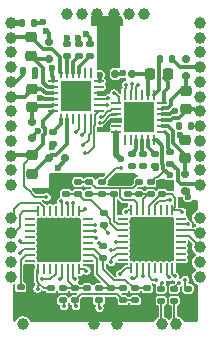
<source format=gbr>
G04 #@! TF.GenerationSoftware,KiCad,Pcbnew,9.0.4*
G04 #@! TF.CreationDate,2025-09-23T15:48:17-04:00*
G04 #@! TF.ProjectId,ESC Module,45534320-4d6f-4647-956c-652e6b696361,rev?*
G04 #@! TF.SameCoordinates,Original*
G04 #@! TF.FileFunction,Copper,L1,Top*
G04 #@! TF.FilePolarity,Positive*
%FSLAX46Y46*%
G04 Gerber Fmt 4.6, Leading zero omitted, Abs format (unit mm)*
G04 Created by KiCad (PCBNEW 9.0.4) date 2025-09-23 15:48:17*
%MOMM*%
%LPD*%
G01*
G04 APERTURE LIST*
G04 Aperture macros list*
%AMRoundRect*
0 Rectangle with rounded corners*
0 $1 Rounding radius*
0 $2 $3 $4 $5 $6 $7 $8 $9 X,Y pos of 4 corners*
0 Add a 4 corners polygon primitive as box body*
4,1,4,$2,$3,$4,$5,$6,$7,$8,$9,$2,$3,0*
0 Add four circle primitives for the rounded corners*
1,1,$1+$1,$2,$3*
1,1,$1+$1,$4,$5*
1,1,$1+$1,$6,$7*
1,1,$1+$1,$8,$9*
0 Add four rect primitives between the rounded corners*
20,1,$1+$1,$2,$3,$4,$5,0*
20,1,$1+$1,$4,$5,$6,$7,0*
20,1,$1+$1,$6,$7,$8,$9,0*
20,1,$1+$1,$8,$9,$2,$3,0*%
G04 Aperture macros list end*
G04 #@! TA.AperFunction,SMDPad,CuDef*
%ADD10RoundRect,0.135000X-0.135000X-0.185000X0.135000X-0.185000X0.135000X0.185000X-0.135000X0.185000X0*%
G04 #@! TD*
G04 #@! TA.AperFunction,SMDPad,CuDef*
%ADD11RoundRect,0.225000X0.250000X-0.225000X0.250000X0.225000X-0.250000X0.225000X-0.250000X-0.225000X0*%
G04 #@! TD*
G04 #@! TA.AperFunction,SMDPad,CuDef*
%ADD12RoundRect,0.150000X0.200000X-0.150000X0.200000X0.150000X-0.200000X0.150000X-0.200000X-0.150000X0*%
G04 #@! TD*
G04 #@! TA.AperFunction,ComponentPad*
%ADD13C,1.000000*%
G04 #@! TD*
G04 #@! TA.AperFunction,SMDPad,CuDef*
%ADD14RoundRect,0.135000X-0.185000X0.135000X-0.185000X-0.135000X0.185000X-0.135000X0.185000X0.135000X0*%
G04 #@! TD*
G04 #@! TA.AperFunction,SMDPad,CuDef*
%ADD15RoundRect,0.140000X0.170000X-0.140000X0.170000X0.140000X-0.170000X0.140000X-0.170000X-0.140000X0*%
G04 #@! TD*
G04 #@! TA.AperFunction,SMDPad,CuDef*
%ADD16RoundRect,0.062500X-0.062500X0.375000X-0.062500X-0.375000X0.062500X-0.375000X0.062500X0.375000X0*%
G04 #@! TD*
G04 #@! TA.AperFunction,SMDPad,CuDef*
%ADD17RoundRect,0.062500X-0.375000X0.062500X-0.375000X-0.062500X0.375000X-0.062500X0.375000X0.062500X0*%
G04 #@! TD*
G04 #@! TA.AperFunction,HeatsinkPad*
%ADD18R,3.100000X3.100000*%
G04 #@! TD*
G04 #@! TA.AperFunction,SMDPad,CuDef*
%ADD19RoundRect,0.135000X0.185000X-0.135000X0.185000X0.135000X-0.185000X0.135000X-0.185000X-0.135000X0*%
G04 #@! TD*
G04 #@! TA.AperFunction,SMDPad,CuDef*
%ADD20RoundRect,0.225000X-0.250000X0.225000X-0.250000X-0.225000X0.250000X-0.225000X0.250000X0.225000X0*%
G04 #@! TD*
G04 #@! TA.AperFunction,SMDPad,CuDef*
%ADD21RoundRect,0.150000X-0.150000X-0.200000X0.150000X-0.200000X0.150000X0.200000X-0.150000X0.200000X0*%
G04 #@! TD*
G04 #@! TA.AperFunction,SMDPad,CuDef*
%ADD22RoundRect,0.135000X0.135000X0.185000X-0.135000X0.185000X-0.135000X-0.185000X0.135000X-0.185000X0*%
G04 #@! TD*
G04 #@! TA.AperFunction,SMDPad,CuDef*
%ADD23RoundRect,0.150000X-0.200000X0.150000X-0.200000X-0.150000X0.200000X-0.150000X0.200000X0.150000X0*%
G04 #@! TD*
G04 #@! TA.AperFunction,SMDPad,CuDef*
%ADD24RoundRect,0.062500X0.350000X0.062500X-0.350000X0.062500X-0.350000X-0.062500X0.350000X-0.062500X0*%
G04 #@! TD*
G04 #@! TA.AperFunction,SMDPad,CuDef*
%ADD25RoundRect,0.062500X0.062500X0.350000X-0.062500X0.350000X-0.062500X-0.350000X0.062500X-0.350000X0*%
G04 #@! TD*
G04 #@! TA.AperFunction,HeatsinkPad*
%ADD26R,2.600000X2.600000*%
G04 #@! TD*
G04 #@! TA.AperFunction,SMDPad,CuDef*
%ADD27RoundRect,0.062500X-0.350000X-0.062500X0.350000X-0.062500X0.350000X0.062500X-0.350000X0.062500X0*%
G04 #@! TD*
G04 #@! TA.AperFunction,SMDPad,CuDef*
%ADD28RoundRect,0.062500X-0.062500X-0.350000X0.062500X-0.350000X0.062500X0.350000X-0.062500X0.350000X0*%
G04 #@! TD*
G04 #@! TA.AperFunction,SMDPad,CuDef*
%ADD29RoundRect,0.062500X0.062500X-0.375000X0.062500X0.375000X-0.062500X0.375000X-0.062500X-0.375000X0*%
G04 #@! TD*
G04 #@! TA.AperFunction,SMDPad,CuDef*
%ADD30RoundRect,0.062500X0.375000X-0.062500X0.375000X0.062500X-0.375000X0.062500X-0.375000X-0.062500X0*%
G04 #@! TD*
G04 #@! TA.AperFunction,SMDPad,CuDef*
%ADD31RoundRect,0.225000X-0.225000X-0.250000X0.225000X-0.250000X0.225000X0.250000X-0.225000X0.250000X0*%
G04 #@! TD*
G04 #@! TA.AperFunction,SMDPad,CuDef*
%ADD32RoundRect,0.150000X0.150000X0.200000X-0.150000X0.200000X-0.150000X-0.200000X0.150000X-0.200000X0*%
G04 #@! TD*
G04 #@! TA.AperFunction,SMDPad,CuDef*
%ADD33RoundRect,0.140000X-0.170000X0.140000X-0.170000X-0.140000X0.170000X-0.140000X0.170000X0.140000X0*%
G04 #@! TD*
G04 #@! TA.AperFunction,ViaPad*
%ADD34C,0.350000*%
G04 #@! TD*
G04 #@! TA.AperFunction,ViaPad*
%ADD35C,0.600000*%
G04 #@! TD*
G04 #@! TA.AperFunction,Conductor*
%ADD36C,0.300000*%
G04 #@! TD*
G04 #@! TA.AperFunction,Conductor*
%ADD37C,0.500000*%
G04 #@! TD*
G04 #@! TA.AperFunction,Conductor*
%ADD38C,0.152400*%
G04 #@! TD*
G04 #@! TA.AperFunction,Conductor*
%ADD39C,0.200000*%
G04 #@! TD*
G04 APERTURE END LIST*
D10*
G04 #@! TO.P,R109,1*
G04 #@! TO.N,/ESC1/HO2*
X134230278Y-90234123D03*
G04 #@! TO.P,R109,2*
G04 #@! TO.N,Net-(R109-Pad2)*
X135250278Y-90234123D03*
G04 #@! TD*
D11*
G04 #@! TO.P,C8,1*
G04 #@! TO.N,/ESC/VB3*
X121665000Y-84275000D03*
G04 #@! TO.P,C8,2*
G04 #@! TO.N,/ESC/VS3*
X121665000Y-82725000D03*
G04 #@! TD*
D12*
G04 #@! TO.P,D202,1,K*
G04 #@! TO.N,/ESC/VB2*
X121765000Y-89875000D03*
G04 #@! TO.P,D202,2,A*
G04 #@! TO.N,Vdrive*
X121765000Y-91275000D03*
G04 #@! TD*
D13*
G04 #@! TO.P,U7,1,1*
G04 #@! TO.N,Net-(R102-Pad2)*
X120000000Y-86500000D03*
G04 #@! TD*
D14*
G04 #@! TO.P,R21,1*
G04 #@! TO.N,/ESC/SENS_B*
X127454495Y-103959873D03*
G04 #@! TO.P,R21,2*
G04 #@! TO.N,/ESC/VS2*
X127454495Y-104979873D03*
G04 #@! TD*
D13*
G04 #@! TO.P,U14,1,1*
G04 #@! TO.N,Net-(R110-Pad2)*
X136000000Y-87750000D03*
G04 #@! TD*
G04 #@! TO.P,U105,1,1*
G04 #@! TO.N,/ESC/VS1*
X120000000Y-92750000D03*
G04 #@! TD*
D15*
G04 #@! TO.P,C5,1*
G04 #@! TO.N,+3V3*
X132767309Y-95970566D03*
G04 #@! TO.P,C5,2*
G04 #@! TO.N,GND*
X132767309Y-95010566D03*
G04 #@! TD*
D13*
G04 #@! TO.P,U108,1,1*
G04 #@! TO.N,/ESC1/VS2*
X136000000Y-89000000D03*
G04 #@! TD*
G04 #@! TO.P,U121,1,1*
G04 #@! TO.N,/ESC/TELEMETRY_TX*
X120000000Y-101750000D03*
G04 #@! TD*
G04 #@! TO.P,U18,1,1*
G04 #@! TO.N,Vdrive*
X126000000Y-80750000D03*
G04 #@! TD*
D16*
G04 #@! TO.P,U305,1,VDD*
G04 #@! TO.N,+3V3*
X133676995Y-97377373D03*
G04 #@! TO.P,U305,2,PF0*
G04 #@! TO.N,unconnected-(U305-PF0-Pad2)*
X133176995Y-97377373D03*
G04 #@! TO.P,U305,3,PF1*
G04 #@! TO.N,unconnected-(U305-PF1-Pad3)*
X132676995Y-97377373D03*
G04 #@! TO.P,U305,4,NRST*
G04 #@! TO.N,/ESC1/NRST*
X132176995Y-97377373D03*
G04 #@! TO.P,U305,5,VDDA*
G04 #@! TO.N,+3V3*
X131676995Y-97377373D03*
G04 #@! TO.P,U305,6,PA0*
G04 #@! TO.N,/ESC1/SENS_C*
X131176995Y-97377373D03*
G04 #@! TO.P,U305,7,PA1*
G04 #@! TO.N,/ESC1/COMP*
X130676995Y-97377373D03*
G04 #@! TO.P,U305,8,PA2*
G04 #@! TO.N,Net-(U305-PA2)*
X130176995Y-97377373D03*
D17*
G04 #@! TO.P,U305,9,PA3*
G04 #@! TO.N,unconnected-(U305-PA3-Pad9)*
X129489495Y-98064873D03*
G04 #@! TO.P,U305,10,PA4*
G04 #@! TO.N,/ESC1/SENS_B*
X129489495Y-98564873D03*
G04 #@! TO.P,U305,11,PA5*
G04 #@! TO.N,/ESC1/SENS_A*
X129489495Y-99064873D03*
G04 #@! TO.P,U305,12,PA6*
G04 #@! TO.N,unconnected-(U305-PA6-Pad12)*
X129489495Y-99564873D03*
G04 #@! TO.P,U305,13,PA7*
G04 #@! TO.N,/ESC1/GATE_CL*
X129489495Y-100064873D03*
G04 #@! TO.P,U305,14,PB0*
G04 #@! TO.N,/ESC1/GATE_BL*
X129489495Y-100564873D03*
G04 #@! TO.P,U305,15,PB1*
G04 #@! TO.N,/ESC1/GATE_AL*
X129489495Y-101064873D03*
G04 #@! TO.P,U305,16,PB2*
G04 #@! TO.N,unconnected-(U305-PB2-Pad16)*
X129489495Y-101564873D03*
D16*
G04 #@! TO.P,U305,17,VDD*
G04 #@! TO.N,+3V3*
X130176995Y-102252373D03*
G04 #@! TO.P,U305,18,PA8*
G04 #@! TO.N,/ESC1/GATE_CH*
X130676995Y-102252373D03*
G04 #@! TO.P,U305,19,PA9*
G04 #@! TO.N,/ESC1/GATE_BH*
X131176995Y-102252373D03*
G04 #@! TO.P,U305,20,PA10*
G04 #@! TO.N,/ESC1/GATE_AH*
X131676995Y-102252373D03*
G04 #@! TO.P,U305,21,PA11*
G04 #@! TO.N,unconnected-(U305-PA11-Pad21)*
X132176995Y-102252373D03*
G04 #@! TO.P,U305,22,PA12*
G04 #@! TO.N,unconnected-(U305-PA12-Pad22)*
X132676995Y-102252373D03*
G04 #@! TO.P,U305,23,PA13*
G04 #@! TO.N,/ESC1/SWDIO*
X133176995Y-102252373D03*
G04 #@! TO.P,U305,24,PA14*
G04 #@! TO.N,/ESC1/SWCLK*
X133676995Y-102252373D03*
D17*
G04 #@! TO.P,U305,25,PA15*
G04 #@! TO.N,unconnected-(U305-PA15-Pad25)*
X134364495Y-101564873D03*
G04 #@! TO.P,U305,26,PB3*
G04 #@! TO.N,unconnected-(U305-PB3-Pad26)*
X134364495Y-101064873D03*
G04 #@! TO.P,U305,27,PB4*
G04 #@! TO.N,unconnected-(U305-PB4-Pad27)*
X134364495Y-100564873D03*
G04 #@! TO.P,U305,28,PB5*
G04 #@! TO.N,unconnected-(U305-PB5-Pad28)*
X134364495Y-100064873D03*
G04 #@! TO.P,U305,29,PB6*
G04 #@! TO.N,/ESC1/TELEMETRY_TX*
X134364495Y-99564873D03*
G04 #@! TO.P,U305,30,PB7*
G04 #@! TO.N,/ESC1/TELEMETRY_RX*
X134364495Y-99064873D03*
G04 #@! TO.P,U305,31,BOOT0*
G04 #@! TO.N,/ESC1/BOOT0*
X134364495Y-98564873D03*
G04 #@! TO.P,U305,32,PB8*
G04 #@! TO.N,unconnected-(U305-PB8-Pad32)*
X134364495Y-98064873D03*
D18*
G04 #@! TO.P,U305,33,VSS*
G04 #@! TO.N,GND*
X131926995Y-99814873D03*
G04 #@! TD*
D19*
G04 #@! TO.P,R16,1*
G04 #@! TO.N,/ESC/COMP*
X125412828Y-104979873D03*
G04 #@! TO.P,R16,2*
G04 #@! TO.N,/ESC/SENS_C*
X125412828Y-103959873D03*
G04 #@! TD*
G04 #@! TO.P,R202,1*
G04 #@! TO.N,/ESC/PWM*
X132734441Y-105019435D03*
G04 #@! TO.P,R202,2*
G04 #@! TO.N,Net-(U203-PA2)*
X132734441Y-103999435D03*
G04 #@! TD*
D13*
G04 #@! TO.P,U111,1,1*
G04 #@! TO.N,/ESC1/NRST*
X136000000Y-98000000D03*
G04 #@! TD*
D20*
G04 #@! TO.P,C303,1*
G04 #@! TO.N,/ESC1/VB2*
X134858166Y-87276653D03*
G04 #@! TO.P,C303,2*
G04 #@! TO.N,/ESC1/VS2*
X134858166Y-88826653D03*
G04 #@! TD*
D14*
G04 #@! TO.P,R309,1*
G04 #@! TO.N,/ESC1/SENS_A*
X127846412Y-97581304D03*
G04 #@! TO.P,R309,2*
G04 #@! TO.N,/ESC1/VS1*
X127846412Y-98601304D03*
G04 #@! TD*
D21*
G04 #@! TO.P,D304,1,K*
G04 #@! TO.N,/ESC1/VB1*
X130240000Y-85815000D03*
G04 #@! TO.P,D304,2,A*
G04 #@! TO.N,Vdrive*
X128840000Y-85815000D03*
G04 #@! TD*
D19*
G04 #@! TO.P,R311,1*
G04 #@! TO.N,/ESC1/SENS_C*
X131825289Y-96000566D03*
G04 #@! TO.P,R311,2*
G04 #@! TO.N,/ESC1/VS3*
X131825289Y-94980566D03*
G04 #@! TD*
D11*
G04 #@! TO.P,C6,1*
G04 #@! TO.N,/ESC/VB1*
X121825000Y-94265000D03*
G04 #@! TO.P,C6,2*
G04 #@! TO.N,/ESC/VS1*
X121825000Y-92715000D03*
G04 #@! TD*
D13*
G04 #@! TO.P,U110,1,1*
G04 #@! TO.N,/ESC/VS3*
X120000000Y-82750000D03*
G04 #@! TD*
D22*
G04 #@! TO.P,R105,1*
G04 #@! TO.N,/ESC/HO3*
X121984073Y-81470951D03*
G04 #@! TO.P,R105,2*
G04 #@! TO.N,Net-(R105-Pad2)*
X120964073Y-81470951D03*
G04 #@! TD*
D13*
G04 #@! TO.P,U16,1,1*
G04 #@! TO.N,Net-(R112-Pad2)*
X136000000Y-92750000D03*
G04 #@! TD*
D14*
G04 #@! TO.P,R110,1*
G04 #@! TO.N,/ESC1/LO2*
X131221088Y-92608320D03*
G04 #@! TO.P,R110,2*
G04 #@! TO.N,Net-(R110-Pad2)*
X131221088Y-93628320D03*
G04 #@! TD*
D13*
G04 #@! TO.P,U5,1,1*
G04 #@! TO.N,Net-(R103-Pad2)*
X120000000Y-91500000D03*
G04 #@! TD*
D14*
G04 #@! TO.P,R22,1*
G04 #@! TO.N,/ESC/SENS_C*
X124391995Y-103959873D03*
G04 #@! TO.P,R22,2*
G04 #@! TO.N,/ESC/VS3*
X124391995Y-104979873D03*
G04 #@! TD*
G04 #@! TO.P,R108,1*
G04 #@! TO.N,/ESC1/LO1*
X132202388Y-92611712D03*
G04 #@! TO.P,R108,2*
G04 #@! TO.N,Net-(R108-Pad2)*
X132202388Y-93631712D03*
G04 #@! TD*
D22*
G04 #@! TO.P,R102,1*
G04 #@! TO.N,/ESC/HO2*
X122042653Y-85613155D03*
G04 #@! TO.P,R102,2*
G04 #@! TO.N,Net-(R102-Pad2)*
X121022653Y-85613155D03*
G04 #@! TD*
D13*
G04 #@! TO.P,U15,1,1*
G04 #@! TO.N,Net-(R111-Pad2)*
X136000000Y-95250000D03*
G04 #@! TD*
D19*
G04 #@! TO.P,R104,1*
G04 #@! TO.N,/ESC/LO2*
X125746532Y-84305000D03*
G04 #@! TO.P,R104,2*
G04 #@! TO.N,Net-(R104-Pad2)*
X125746532Y-83285000D03*
G04 #@! TD*
D14*
G04 #@! TO.P,R312,1*
G04 #@! TO.N,/ESC1/BOOT0*
X134984524Y-103999434D03*
G04 #@! TO.P,R312,2*
G04 #@! TO.N,GND*
X134984524Y-105019434D03*
G04 #@! TD*
D13*
G04 #@! TO.P,U202,1,1*
G04 #@! TO.N,/ESC/SWDIO*
X120000000Y-98000000D03*
G04 #@! TD*
G04 #@! TO.P,U22,1,1*
G04 #@! TO.N,GND*
X120000000Y-90250000D03*
G04 #@! TD*
G04 #@! TO.P,U116,1,1*
G04 #@! TO.N,GND*
X124750000Y-80750000D03*
G04 #@! TD*
D19*
G04 #@! TO.P,R19,1*
G04 #@! TO.N,GND*
X131537828Y-104979873D03*
G04 #@! TO.P,R19,2*
G04 #@! TO.N,/ESC/SENS_A*
X131537828Y-103959873D03*
G04 #@! TD*
D14*
G04 #@! TO.P,R307,1*
G04 #@! TO.N,GND*
X128725328Y-94980566D03*
G04 #@! TO.P,R307,2*
G04 #@! TO.N,/ESC1/SENS_B*
X128725328Y-96000566D03*
G04 #@! TD*
D13*
G04 #@! TO.P,U118,1,1*
G04 #@! TO.N,GND*
X129000000Y-107000000D03*
G04 #@! TD*
D19*
G04 #@! TO.P,R310,1*
G04 #@! TO.N,/ESC1/SENS_B*
X127704495Y-96000566D03*
G04 #@! TO.P,R310,2*
G04 #@! TO.N,/ESC1/VS2*
X127704495Y-94980566D03*
G04 #@! TD*
D23*
G04 #@! TO.P,D301,1,K*
G04 #@! TO.N,/ESC1/VB2*
X134785000Y-85990000D03*
G04 #@! TO.P,D301,2,A*
G04 #@! TO.N,Vdrive*
X134785000Y-84590000D03*
G04 #@! TD*
D19*
G04 #@! TO.P,R15,1*
G04 #@! TO.N,/ESC/COMP*
X129496162Y-104979873D03*
G04 #@! TO.P,R15,2*
G04 #@! TO.N,/ESC/SENS_B*
X129496162Y-103959873D03*
G04 #@! TD*
D13*
G04 #@! TO.P,U122,1,1*
G04 #@! TO.N,/ESC/TELEMETRY_RX*
X120000000Y-103000000D03*
G04 #@! TD*
G04 #@! TO.P,U114,1,1*
G04 #@! TO.N,GND*
X136000000Y-91500000D03*
G04 #@! TD*
G04 #@! TO.P,U103,1,1*
G04 #@! TO.N,VDD*
X128750000Y-80750000D03*
G04 #@! TD*
D24*
G04 #@! TO.P,U25,1,LIN1*
G04 #@! TO.N,/ESC/GATE_AL*
X127451908Y-88955413D03*
G04 #@! TO.P,U25,2,LIN2*
G04 #@! TO.N,/ESC/GATE_BL*
X127451908Y-88455413D03*
G04 #@! TO.P,U25,3,LIN3*
G04 #@! TO.N,/ESC/GATE_CL*
X127451908Y-87955413D03*
G04 #@! TO.P,U25,4,VCC*
G04 #@! TO.N,VDD*
X127451908Y-87455413D03*
G04 #@! TO.P,U25,5,NC*
G04 #@! TO.N,unconnected-(U25-NC-Pad5)*
X127451908Y-86955413D03*
G04 #@! TO.P,U25,6,COM*
G04 #@! TO.N,GND*
X127451908Y-86455413D03*
D25*
G04 #@! TO.P,U25,7,NC*
G04 #@! TO.N,unconnected-(U25-NC-Pad7)*
X126764408Y-85767913D03*
G04 #@! TO.P,U25,8,NC*
G04 #@! TO.N,unconnected-(U25-NC-Pad8)*
X126264408Y-85767913D03*
G04 #@! TO.P,U25,9,LO3*
G04 #@! TO.N,/ESC/LO3*
X125764408Y-85767913D03*
G04 #@! TO.P,U25,10,LO2*
G04 #@! TO.N,/ESC/LO2*
X125264408Y-85767913D03*
G04 #@! TO.P,U25,11,LO1*
G04 #@! TO.N,/ESC/LO1*
X124764408Y-85767913D03*
G04 #@! TO.P,U25,12,VS3*
G04 #@! TO.N,/ESC/VS3*
X124264408Y-85767913D03*
D24*
G04 #@! TO.P,U25,13,HO3*
G04 #@! TO.N,/ESC/HO3*
X123576908Y-86455413D03*
G04 #@! TO.P,U25,14,VB3*
G04 #@! TO.N,/ESC/VB3*
X123576908Y-86955413D03*
G04 #@! TO.P,U25,15,VS2*
G04 #@! TO.N,/ESC/VS2*
X123576908Y-87455413D03*
G04 #@! TO.P,U25,16,HO2*
G04 #@! TO.N,/ESC/HO2*
X123576908Y-87955413D03*
G04 #@! TO.P,U25,17,VB2*
G04 #@! TO.N,/ESC/VB2*
X123576908Y-88455413D03*
G04 #@! TO.P,U25,18,VS1*
G04 #@! TO.N,/ESC/VS1*
X123576908Y-88955413D03*
D25*
G04 #@! TO.P,U25,19,HO1*
G04 #@! TO.N,/ESC/HO1*
X124264408Y-89642913D03*
G04 #@! TO.P,U25,20,VB1*
G04 #@! TO.N,/ESC/VB1*
X124764408Y-89642913D03*
G04 #@! TO.P,U25,21,NC*
G04 #@! TO.N,unconnected-(U25-NC-Pad21)*
X125264408Y-89642913D03*
G04 #@! TO.P,U25,22,HIN1*
G04 #@! TO.N,/ESC/GATE_AH*
X125764408Y-89642913D03*
G04 #@! TO.P,U25,23,HIN2*
G04 #@! TO.N,/ESC/GATE_BH*
X126264408Y-89642913D03*
G04 #@! TO.P,U25,24,HIN3*
G04 #@! TO.N,/ESC/GATE_CH*
X126764408Y-89642913D03*
D26*
G04 #@! TO.P,U25,25,EP*
G04 #@! TO.N,GND*
X125514408Y-87705413D03*
G04 #@! TD*
D13*
G04 #@! TO.P,U12,1,1*
G04 #@! TO.N,Net-(R108-Pad2)*
X136000000Y-82750000D03*
G04 #@! TD*
D19*
G04 #@! TO.P,R14,1*
G04 #@! TO.N,/ESC/COMP*
X130516995Y-104979873D03*
G04 #@! TO.P,R14,2*
G04 #@! TO.N,/ESC/SENS_A*
X130516995Y-103959873D03*
G04 #@! TD*
D13*
G04 #@! TO.P,U9,1,1*
G04 #@! TO.N,Net-(R105-Pad2)*
X120000000Y-81500000D03*
G04 #@! TD*
D11*
G04 #@! TO.P,C304,1*
G04 #@! TO.N,/ESC1/VB3*
X134703835Y-92960584D03*
G04 #@! TO.P,C304,2*
G04 #@! TO.N,/ESC1/VS3*
X134703835Y-91410584D03*
G04 #@! TD*
D13*
G04 #@! TO.P,U106,1,1*
G04 #@! TO.N,/ESC/VS2*
X120000000Y-87750000D03*
G04 #@! TD*
D14*
G04 #@! TO.P,R306,1*
G04 #@! TO.N,GND*
X129906995Y-94980566D03*
G04 #@! TO.P,R306,2*
G04 #@! TO.N,/ESC1/SENS_C*
X129906995Y-96000566D03*
G04 #@! TD*
D13*
G04 #@! TO.P,U19,1,1*
G04 #@! TO.N,GND*
X131250000Y-80750000D03*
G04 #@! TD*
D10*
G04 #@! TO.P,R107,1*
G04 #@! TO.N,/ESC1/HO1*
X132604719Y-84569715D03*
G04 #@! TO.P,R107,2*
G04 #@! TO.N,Net-(R107-Pad2)*
X133624719Y-84569715D03*
G04 #@! TD*
D13*
G04 #@! TO.P,U13,1,1*
G04 #@! TO.N,Net-(R109-Pad2)*
X136000000Y-90250000D03*
G04 #@! TD*
G04 #@! TO.P,U20,1,1*
G04 #@! TO.N,GND*
X120000000Y-95250000D03*
G04 #@! TD*
D19*
G04 #@! TO.P,R101,1*
G04 #@! TO.N,/ESC/LO1*
X124745000Y-84305000D03*
G04 #@! TO.P,R101,2*
G04 #@! TO.N,Net-(R101-Pad2)*
X124745000Y-83285000D03*
G04 #@! TD*
D14*
G04 #@! TO.P,R111,1*
G04 #@! TO.N,/ESC1/HO3*
X133501098Y-92399202D03*
G04 #@! TO.P,R111,2*
G04 #@! TO.N,Net-(R111-Pad2)*
X133501098Y-93419202D03*
G04 #@! TD*
D13*
G04 #@! TO.P,U3,1,1*
G04 #@! TO.N,/ESC/PWM*
X132750000Y-107000000D03*
G04 #@! TD*
G04 #@! TO.P,U113,1,1*
G04 #@! TO.N,GND*
X136000000Y-81500000D03*
G04 #@! TD*
G04 #@! TO.P,U10,1,1*
G04 #@! TO.N,Net-(R106-Pad2)*
X120000000Y-84000000D03*
G04 #@! TD*
G04 #@! TO.P,U115,1,1*
G04 #@! TO.N,GND*
X136000000Y-86500000D03*
G04 #@! TD*
G04 #@! TO.P,U101,1,1*
G04 #@! TO.N,Vdrive*
X130000000Y-80750000D03*
G04 #@! TD*
D14*
G04 #@! TO.P,R112,1*
G04 #@! TO.N,/ESC1/LO3*
X130221339Y-92610016D03*
G04 #@! TO.P,R112,2*
G04 #@! TO.N,Net-(R112-Pad2)*
X130221339Y-93630016D03*
G04 #@! TD*
G04 #@! TO.P,R308,1*
G04 #@! TO.N,GND*
X124662828Y-94959873D03*
G04 #@! TO.P,R308,2*
G04 #@! TO.N,/ESC1/SENS_A*
X124662828Y-95979873D03*
G04 #@! TD*
D27*
G04 #@! TO.P,U302,1,LIN1*
G04 #@! TO.N,/ESC1/GATE_AL*
X128937500Y-88255000D03*
G04 #@! TO.P,U302,2,LIN2*
G04 #@! TO.N,/ESC1/GATE_BL*
X128937500Y-88755000D03*
G04 #@! TO.P,U302,3,LIN3*
G04 #@! TO.N,/ESC1/GATE_CL*
X128937500Y-89255000D03*
G04 #@! TO.P,U302,4,VCC*
G04 #@! TO.N,VDD*
X128937500Y-89755000D03*
G04 #@! TO.P,U302,5,NC*
G04 #@! TO.N,unconnected-(U302-NC-Pad5)*
X128937500Y-90255000D03*
G04 #@! TO.P,U302,6,COM*
G04 #@! TO.N,GND*
X128937500Y-90755000D03*
D28*
G04 #@! TO.P,U302,7,NC*
G04 #@! TO.N,unconnected-(U302-NC-Pad7)*
X129625000Y-91442500D03*
G04 #@! TO.P,U302,8,NC*
G04 #@! TO.N,unconnected-(U302-NC-Pad8)*
X130125000Y-91442500D03*
G04 #@! TO.P,U302,9,LO3*
G04 #@! TO.N,/ESC1/LO3*
X130625000Y-91442500D03*
G04 #@! TO.P,U302,10,LO2*
G04 #@! TO.N,/ESC1/LO2*
X131125000Y-91442500D03*
G04 #@! TO.P,U302,11,LO1*
G04 #@! TO.N,/ESC1/LO1*
X131625000Y-91442500D03*
G04 #@! TO.P,U302,12,VS3*
G04 #@! TO.N,/ESC1/VS3*
X132125000Y-91442500D03*
D27*
G04 #@! TO.P,U302,13,HO3*
G04 #@! TO.N,/ESC1/HO3*
X132812500Y-90755000D03*
G04 #@! TO.P,U302,14,VB3*
G04 #@! TO.N,/ESC1/VB3*
X132812500Y-90255000D03*
G04 #@! TO.P,U302,15,VS2*
G04 #@! TO.N,/ESC1/VS2*
X132812500Y-89755000D03*
G04 #@! TO.P,U302,16,HO2*
G04 #@! TO.N,/ESC1/HO2*
X132812500Y-89255000D03*
G04 #@! TO.P,U302,17,VB2*
G04 #@! TO.N,/ESC1/VB2*
X132812500Y-88755000D03*
G04 #@! TO.P,U302,18,VS1*
G04 #@! TO.N,/ESC1/VS1*
X132812500Y-88255000D03*
D28*
G04 #@! TO.P,U302,19,HO1*
G04 #@! TO.N,/ESC1/HO1*
X132125000Y-87567500D03*
G04 #@! TO.P,U302,20,VB1*
G04 #@! TO.N,/ESC1/VB1*
X131625000Y-87567500D03*
G04 #@! TO.P,U302,21,NC*
G04 #@! TO.N,unconnected-(U302-NC-Pad21)*
X131125000Y-87567500D03*
G04 #@! TO.P,U302,22,HIN1*
G04 #@! TO.N,/ESC1/GATE_AH*
X130625000Y-87567500D03*
G04 #@! TO.P,U302,23,HIN2*
G04 #@! TO.N,/ESC1/GATE_BH*
X130125000Y-87567500D03*
G04 #@! TO.P,U302,24,HIN3*
G04 #@! TO.N,/ESC1/GATE_CH*
X129625000Y-87567500D03*
D26*
G04 #@! TO.P,U302,25,EP*
G04 #@! TO.N,GND*
X130875000Y-89505000D03*
G04 #@! TD*
D13*
G04 #@! TO.P,U8,1,1*
G04 #@! TO.N,Net-(R104-Pad2)*
X120000000Y-89000000D03*
G04 #@! TD*
D14*
G04 #@! TO.P,R305,1*
G04 #@! TO.N,/ESC1/COMP*
X130856995Y-94980566D03*
G04 #@! TO.P,R305,2*
G04 #@! TO.N,/ESC1/SENS_C*
X130856995Y-96000566D03*
G04 #@! TD*
D13*
G04 #@! TO.P,U201,1,1*
G04 #@! TO.N,/ESC/SWCLK*
X120000000Y-99250000D03*
G04 #@! TD*
D14*
G04 #@! TO.P,R304,1*
G04 #@! TO.N,/ESC1/COMP*
X126641995Y-94980566D03*
G04 #@! TO.P,R304,2*
G04 #@! TO.N,/ESC1/SENS_B*
X126641995Y-96000566D03*
G04 #@! TD*
D13*
G04 #@! TO.P,U119,1,1*
G04 #@! TO.N,/ESC1/TELEMETRY_TX*
X136000000Y-100500000D03*
G04 #@! TD*
D14*
G04 #@! TO.P,R103,1*
G04 #@! TO.N,/ESC/HO1*
X123561330Y-90775406D03*
G04 #@! TO.P,R103,2*
G04 #@! TO.N,Net-(R103-Pad2)*
X123561330Y-91795406D03*
G04 #@! TD*
D13*
G04 #@! TO.P,U117,1,1*
G04 #@! TO.N,GND*
X127000000Y-107000000D03*
G04 #@! TD*
D19*
G04 #@! TO.P,R313,1*
G04 #@! TO.N,/ESC1/PWM*
X133844159Y-105019434D03*
G04 #@! TO.P,R313,2*
G04 #@! TO.N,Net-(U305-PA2)*
X133844159Y-103999434D03*
G04 #@! TD*
D13*
G04 #@! TO.P,U304,1,1*
G04 #@! TO.N,/ESC1/SWDIO*
X136000000Y-103000000D03*
G04 #@! TD*
G04 #@! TO.P,U11,1,1*
G04 #@! TO.N,Net-(R107-Pad2)*
X136000000Y-85250000D03*
G04 #@! TD*
D29*
G04 #@! TO.P,U203,1,VDD*
G04 #@! TO.N,+3V3*
X122296995Y-102312373D03*
G04 #@! TO.P,U203,2,PF0*
G04 #@! TO.N,unconnected-(U203-PF0-Pad2)*
X122796995Y-102312373D03*
G04 #@! TO.P,U203,3,PF1*
G04 #@! TO.N,unconnected-(U203-PF1-Pad3)*
X123296995Y-102312373D03*
G04 #@! TO.P,U203,4,NRST*
G04 #@! TO.N,/ESC/NRST*
X123796995Y-102312373D03*
G04 #@! TO.P,U203,5,VDDA*
G04 #@! TO.N,+3V3*
X124296995Y-102312373D03*
G04 #@! TO.P,U203,6,PA0*
G04 #@! TO.N,/ESC/SENS_C*
X124796995Y-102312373D03*
G04 #@! TO.P,U203,7,PA1*
G04 #@! TO.N,/ESC/COMP*
X125296995Y-102312373D03*
G04 #@! TO.P,U203,8,PA2*
G04 #@! TO.N,Net-(U203-PA2)*
X125796995Y-102312373D03*
D30*
G04 #@! TO.P,U203,9,PA3*
G04 #@! TO.N,unconnected-(U203-PA3-Pad9)*
X126484495Y-101624873D03*
G04 #@! TO.P,U203,10,PA4*
G04 #@! TO.N,/ESC/SENS_B*
X126484495Y-101124873D03*
G04 #@! TO.P,U203,11,PA5*
G04 #@! TO.N,/ESC/SENS_A*
X126484495Y-100624873D03*
G04 #@! TO.P,U203,12,PA6*
G04 #@! TO.N,unconnected-(U203-PA6-Pad12)*
X126484495Y-100124873D03*
G04 #@! TO.P,U203,13,PA7*
G04 #@! TO.N,/ESC/GATE_CL*
X126484495Y-99624873D03*
G04 #@! TO.P,U203,14,PB0*
G04 #@! TO.N,/ESC/GATE_BL*
X126484495Y-99124873D03*
G04 #@! TO.P,U203,15,PB1*
G04 #@! TO.N,/ESC/GATE_AL*
X126484495Y-98624873D03*
G04 #@! TO.P,U203,16,PB2*
G04 #@! TO.N,unconnected-(U203-PB2-Pad16)*
X126484495Y-98124873D03*
D29*
G04 #@! TO.P,U203,17,VDD*
G04 #@! TO.N,+3V3*
X125796995Y-97437373D03*
G04 #@! TO.P,U203,18,PA8*
G04 #@! TO.N,/ESC/GATE_CH*
X125296995Y-97437373D03*
G04 #@! TO.P,U203,19,PA9*
G04 #@! TO.N,/ESC/GATE_BH*
X124796995Y-97437373D03*
G04 #@! TO.P,U203,20,PA10*
G04 #@! TO.N,/ESC/GATE_AH*
X124296995Y-97437373D03*
G04 #@! TO.P,U203,21,PA11*
G04 #@! TO.N,unconnected-(U203-PA11-Pad21)*
X123796995Y-97437373D03*
G04 #@! TO.P,U203,22,PA12*
G04 #@! TO.N,unconnected-(U203-PA12-Pad22)*
X123296995Y-97437373D03*
G04 #@! TO.P,U203,23,PA13*
G04 #@! TO.N,/ESC/SWDIO*
X122796995Y-97437373D03*
G04 #@! TO.P,U203,24,PA14*
G04 #@! TO.N,/ESC/SWCLK*
X122296995Y-97437373D03*
D30*
G04 #@! TO.P,U203,25,PA15*
G04 #@! TO.N,unconnected-(U203-PA15-Pad25)*
X121609495Y-98124873D03*
G04 #@! TO.P,U203,26,PB3*
G04 #@! TO.N,unconnected-(U203-PB3-Pad26)*
X121609495Y-98624873D03*
G04 #@! TO.P,U203,27,PB4*
G04 #@! TO.N,unconnected-(U203-PB4-Pad27)*
X121609495Y-99124873D03*
G04 #@! TO.P,U203,28,PB5*
G04 #@! TO.N,unconnected-(U203-PB5-Pad28)*
X121609495Y-99624873D03*
G04 #@! TO.P,U203,29,PB6*
G04 #@! TO.N,/ESC/TELEMETRY_TX*
X121609495Y-100124873D03*
G04 #@! TO.P,U203,30,PB7*
G04 #@! TO.N,/ESC/TELEMETRY_RX*
X121609495Y-100624873D03*
G04 #@! TO.P,U203,31,BOOT0*
G04 #@! TO.N,/ESC/BOOT0*
X121609495Y-101124873D03*
G04 #@! TO.P,U203,32,PB8*
G04 #@! TO.N,unconnected-(U203-PB8-Pad32)*
X121609495Y-101624873D03*
D18*
G04 #@! TO.P,U203,33,VSS*
G04 #@! TO.N,GND*
X124046995Y-99874873D03*
G04 #@! TD*
D31*
G04 #@! TO.P,C302,1*
G04 #@! TO.N,/ESC1/VB1*
X131776654Y-85834836D03*
G04 #@! TO.P,C302,2*
G04 #@! TO.N,/ESC1/VS1*
X133326654Y-85834836D03*
G04 #@! TD*
D13*
G04 #@! TO.P,U102,1,1*
G04 #@! TO.N,+3V3*
X121000000Y-107000000D03*
G04 #@! TD*
G04 #@! TO.P,U107,1,1*
G04 #@! TO.N,/ESC1/VS1*
X136000000Y-84000000D03*
G04 #@! TD*
D19*
G04 #@! TO.P,R17,1*
G04 #@! TO.N,GND*
X126433662Y-104979873D03*
G04 #@! TO.P,R17,2*
G04 #@! TO.N,/ESC/SENS_C*
X126433662Y-103959873D03*
G04 #@! TD*
G04 #@! TO.P,R18,1*
G04 #@! TO.N,GND*
X128475328Y-104979873D03*
G04 #@! TO.P,R18,2*
G04 #@! TO.N,/ESC/SENS_B*
X128475328Y-103959873D03*
G04 #@! TD*
D13*
G04 #@! TO.P,U104,1,1*
G04 #@! TO.N,VDD*
X127250000Y-80750000D03*
G04 #@! TD*
G04 #@! TO.P,U21,1,1*
G04 #@! TO.N,GND*
X120000000Y-85250000D03*
G04 #@! TD*
G04 #@! TO.P,U4,1,1*
G04 #@! TO.N,/ESC1/PWM*
X134000000Y-107000000D03*
G04 #@! TD*
G04 #@! TO.P,U120,1,1*
G04 #@! TO.N,/ESC1/TELEMETRY_RX*
X136000000Y-99250000D03*
G04 #@! TD*
D32*
G04 #@! TO.P,D201,1,K*
G04 #@! TO.N,/ESC/VB1*
X123200000Y-92960000D03*
G04 #@! TO.P,D201,2,A*
G04 #@! TO.N,Vdrive*
X124600000Y-92960000D03*
G04 #@! TD*
D14*
G04 #@! TO.P,R201,1*
G04 #@! TO.N,/ESC/BOOT0*
X120833005Y-103885127D03*
G04 #@! TO.P,R201,2*
G04 #@! TO.N,GND*
X120833005Y-104905127D03*
G04 #@! TD*
D23*
G04 #@! TO.P,D203,1,K*
G04 #@! TO.N,/ESC/VB3*
X123194914Y-84544686D03*
G04 #@! TO.P,D203,2,A*
G04 #@! TO.N,Vdrive*
X123194914Y-83144686D03*
G04 #@! TD*
D11*
G04 #@! TO.P,C7,1*
G04 #@! TO.N,/ESC/VB2*
X121825000Y-88625000D03*
G04 #@! TO.P,C7,2*
G04 #@! TO.N,/ESC/VS2*
X121825000Y-87075000D03*
G04 #@! TD*
D13*
G04 #@! TO.P,U109,1,1*
G04 #@! TO.N,/ESC1/VS3*
X136000000Y-94000000D03*
G04 #@! TD*
G04 #@! TO.P,U303,1,1*
G04 #@! TO.N,/ESC1/SWCLK*
X136000000Y-101750000D03*
G04 #@! TD*
D33*
G04 #@! TO.P,C301,1*
G04 #@! TO.N,+3V3*
X123389574Y-103963684D03*
G04 #@! TO.P,C301,2*
G04 #@! TO.N,GND*
X123389574Y-104923684D03*
G04 #@! TD*
D19*
G04 #@! TO.P,R106,1*
G04 #@! TO.N,/ESC/LO3*
X126705000Y-84305000D03*
G04 #@! TO.P,R106,2*
G04 #@! TO.N,Net-(R106-Pad2)*
X126705000Y-83285000D03*
G04 #@! TD*
D14*
G04 #@! TO.P,R303,1*
G04 #@! TO.N,/ESC1/COMP*
X125683662Y-94959873D03*
G04 #@! TO.P,R303,2*
G04 #@! TO.N,/ESC1/SENS_A*
X125683662Y-95979873D03*
G04 #@! TD*
D12*
G04 #@! TO.P,D302,1,K*
G04 #@! TO.N,/ESC1/VB3*
X134764496Y-94334026D03*
G04 #@! TO.P,D302,2,A*
G04 #@! TO.N,Vdrive*
X134764496Y-95734026D03*
G04 #@! TD*
D13*
G04 #@! TO.P,U112,1,1*
G04 #@! TO.N,/ESC/NRST*
X120000000Y-100500000D03*
G04 #@! TD*
G04 #@! TO.P,U6,1,1*
G04 #@! TO.N,Net-(R101-Pad2)*
X120000000Y-94000000D03*
G04 #@! TD*
D19*
G04 #@! TO.P,R20,1*
G04 #@! TO.N,/ESC/SENS_A*
X127837232Y-101388898D03*
G04 #@! TO.P,R20,2*
G04 #@! TO.N,/ESC/VS1*
X127837232Y-100368898D03*
G04 #@! TD*
D34*
G04 #@! TO.N,GND*
X131750000Y-88750000D03*
X131750000Y-89500000D03*
X131750000Y-90250000D03*
X124500000Y-88250000D03*
X124500000Y-87500000D03*
X124500000Y-86750000D03*
X125000000Y-86750000D03*
X125000000Y-87500000D03*
X125000000Y-88250000D03*
X126500000Y-88250000D03*
X125500000Y-88250000D03*
X126000000Y-88250000D03*
X126500000Y-87500000D03*
X126000000Y-87500000D03*
X126500000Y-86750000D03*
X126000000Y-86750000D03*
X121500000Y-103250000D03*
X128500000Y-106250000D03*
X126500000Y-106500000D03*
X129250000Y-106250000D03*
X130750000Y-100750000D03*
X131500000Y-98750000D03*
X128580123Y-102397267D03*
X132250000Y-99750000D03*
D35*
X127500000Y-85925000D03*
D34*
X130750000Y-106250000D03*
X124250000Y-106500000D03*
X123750000Y-98750000D03*
D35*
X129278600Y-93000000D03*
D34*
X132250000Y-100750000D03*
X125250000Y-100750000D03*
X130750000Y-88750000D03*
X131250000Y-90250000D03*
X131500000Y-100750000D03*
X130750000Y-98750000D03*
X129547673Y-96952945D03*
X123750000Y-100750000D03*
X124000000Y-94500000D03*
X125250000Y-99750000D03*
X126250000Y-103000000D03*
X124500000Y-100750000D03*
X130750000Y-90250000D03*
X125500000Y-86750000D03*
X131250000Y-88750000D03*
X120500000Y-106000000D03*
X133000000Y-99750000D03*
X123000000Y-100750000D03*
X129906995Y-94980566D03*
X131250000Y-89500000D03*
X131500000Y-99750000D03*
X135000000Y-106250000D03*
X121000000Y-105750000D03*
X123000000Y-99750000D03*
X124500000Y-99750000D03*
X125500000Y-87500000D03*
X131500000Y-106250000D03*
X130000000Y-105750000D03*
X123750000Y-99750000D03*
X125000000Y-106500000D03*
X124500000Y-98750000D03*
X123500000Y-95000000D03*
X135000000Y-105750000D03*
X132250000Y-98750000D03*
X123000000Y-98750000D03*
X130750000Y-99750000D03*
X133000000Y-100750000D03*
X123500000Y-96500000D03*
X130750000Y-89500000D03*
X126500000Y-105500000D03*
X122750000Y-106500000D03*
X135500000Y-96750000D03*
X125250000Y-98750000D03*
X130000000Y-106250000D03*
X131500000Y-105750000D03*
X130750000Y-105750000D03*
X129250000Y-105750000D03*
X125750000Y-106500000D03*
X133500000Y-95500000D03*
X123500000Y-106500000D03*
X128500000Y-105750000D03*
X133000000Y-98750000D03*
G04 #@! TO.N,+3V3*
X134500000Y-97500000D03*
X124141995Y-103219873D03*
X126250000Y-97250000D03*
X129250000Y-102750000D03*
X122250000Y-104000000D03*
G04 #@! TO.N,/ESC/VS1*
X127485027Y-100139912D03*
X123000000Y-96250000D03*
G04 #@! TO.N,/ESC/VS2*
X127500000Y-105625000D03*
G04 #@! TO.N,/ESC/VS3*
X124500000Y-105500000D03*
D35*
G04 #@! TO.N,/ESC1/VS1*
X133500462Y-85750462D03*
D34*
X133000000Y-87500000D03*
X128250000Y-99250000D03*
G04 #@! TO.N,/ESC1/VS2*
X129352387Y-93750000D03*
D35*
G04 #@! TO.N,/ESC1/VS3*
X133491320Y-94365123D03*
X134352400Y-91006523D03*
G04 #@! TO.N,Vdrive*
X129487600Y-85750000D03*
D34*
X134750000Y-84500000D03*
D35*
X122250000Y-90675000D03*
X124000000Y-93750000D03*
X135000000Y-96250000D03*
X123000000Y-82175000D03*
D34*
G04 #@! TO.N,/ESC/COMP*
X125391995Y-103219873D03*
X125500000Y-105500000D03*
G04 #@! TO.N,/ESC1/BOOT0*
X134750000Y-103250000D03*
X134986995Y-98564873D03*
D35*
G04 #@! TO.N,/ESC/HO2*
X122028600Y-86000000D03*
X122471155Y-87850001D03*
G04 #@! TO.N,/ESC/HO3*
X123503663Y-85287256D03*
X122738680Y-81469436D03*
G04 #@! TO.N,/ESC1/HO2*
X133893181Y-88991138D03*
X134230278Y-90234123D03*
D34*
G04 #@! TO.N,/ESC/GATE_CH*
X126125000Y-91875000D03*
X125296995Y-96719873D03*
G04 #@! TO.N,/ESC/GATE_AH*
X125500000Y-90750000D03*
X124257184Y-96616911D03*
G04 #@! TO.N,/ESC/GATE_AL*
X127141995Y-98599870D03*
X126250000Y-92500000D03*
G04 #@! TO.N,/ESC/GATE_BH*
X126000000Y-91000000D03*
X124771992Y-96719873D03*
G04 #@! TO.N,/ESC/GATE_BL*
X128103558Y-88455413D03*
X127141995Y-99124873D03*
G04 #@! TO.N,/ESC/GATE_CL*
X127191084Y-99704912D03*
X128250000Y-87875000D03*
G04 #@! TO.N,/ESC/NRST*
X122641995Y-103219873D03*
G04 #@! TO.N,VDD*
X128000000Y-90500000D03*
G04 #@! TO.N,/ESC1/NRST*
X133500000Y-96469873D03*
G04 #@! TO.N,/ESC1/GATE_AL*
X128717995Y-87477531D03*
X128500000Y-101750000D03*
G04 #@! TO.N,/ESC1/GATE_AH*
X132250000Y-103250000D03*
X130780186Y-86774008D03*
G04 #@! TO.N,/ESC1/SWDIO*
X133355527Y-103035534D03*
G04 #@! TO.N,/ESC1/GATE_BH*
X130267442Y-86661220D03*
X131166998Y-102969873D03*
G04 #@! TO.N,/ESC1/GATE_BL*
X128500000Y-100750000D03*
X127666166Y-89440004D03*
G04 #@! TO.N,/ESC1/GATE_CH*
X129750000Y-86750000D03*
X130250000Y-103140447D03*
G04 #@! TO.N,/ESC1/SWCLK*
X133891995Y-102969873D03*
G04 #@! TO.N,/ESC1/GATE_CL*
X127554896Y-89953080D03*
X128927200Y-100029668D03*
G04 #@! TO.N,Net-(U203-PA2)*
X132750000Y-103500000D03*
X126391995Y-102469873D03*
G04 #@! TO.N,Net-(U305-PA2)*
X129750000Y-97500000D03*
X134250000Y-103500000D03*
D35*
G04 #@! TO.N,Net-(R101-Pad2)*
X124750000Y-82750000D03*
G04 #@! TO.N,Net-(R103-Pad2)*
X123500000Y-92000000D03*
G04 #@! TO.N,Net-(R104-Pad2)*
X125698341Y-82774468D03*
G04 #@! TO.N,Net-(R106-Pad2)*
X126378328Y-82452400D03*
G04 #@! TO.N,Net-(R108-Pad2)*
X132240800Y-93749493D03*
G04 #@! TO.N,Net-(R110-Pad2)*
X131221088Y-93628320D03*
G04 #@! TO.N,Net-(R112-Pad2)*
X130221339Y-93630016D03*
D34*
G04 #@! TO.N,/ESC/TELEMETRY_TX*
X120750000Y-100000000D03*
G04 #@! TO.N,/ESC/TELEMETRY_RX*
X120750000Y-101000000D03*
G04 #@! TD*
D36*
G04 #@! TO.N,/ESC/HO3*
X123503663Y-86003663D02*
X123576908Y-86076908D01*
X123503663Y-85287256D02*
X123503663Y-86003663D01*
X123576908Y-86076908D02*
X123576908Y-86455413D01*
D37*
G04 #@! TO.N,GND*
X128937500Y-92658900D02*
X128937500Y-90783400D01*
X129278600Y-93000000D02*
X128937500Y-92658900D01*
D36*
X127500000Y-86407321D02*
X127451908Y-86455413D01*
X127500000Y-85925000D02*
X127500000Y-86407321D01*
D38*
G04 #@! TO.N,+3V3*
X129747627Y-102252373D02*
X129250000Y-102750000D01*
X122250000Y-103750000D02*
X122250000Y-104000000D01*
X122408984Y-103591016D02*
X122250000Y-103750000D01*
X122171996Y-103354027D02*
X122171996Y-102437372D01*
X122781653Y-103963684D02*
X122408984Y-103591016D01*
X134377373Y-97377373D02*
X134500000Y-97500000D01*
X131676995Y-96988223D02*
X131676995Y-97377373D01*
X122408984Y-103591016D02*
X122171996Y-103354027D01*
X124296995Y-103064873D02*
X124141995Y-103219873D01*
X126062627Y-97437373D02*
X126250000Y-97250000D01*
X124296995Y-102312373D02*
X124296995Y-103064873D01*
X133604846Y-95970566D02*
X132767309Y-95970566D01*
X132694653Y-95970566D02*
X131676995Y-96988223D01*
X122171996Y-102437372D02*
X122296995Y-102312373D01*
X125796995Y-97437373D02*
X126062627Y-97437373D01*
X130176995Y-102252373D02*
X129747627Y-102252373D01*
X133676995Y-97377373D02*
X133927200Y-97127168D01*
X133927200Y-97127168D02*
X133927200Y-96292920D01*
X123389574Y-103963684D02*
X122781653Y-103963684D01*
X133927200Y-96292920D02*
X133604846Y-95970566D01*
X133676995Y-97377373D02*
X134377373Y-97377373D01*
D36*
G04 #@! TO.N,/ESC/VB1*
X124764408Y-89642913D02*
X124764408Y-91735592D01*
X123830000Y-92670000D02*
X123420000Y-92670000D01*
X124764408Y-91735592D02*
X123830000Y-92670000D01*
X123420000Y-92670000D02*
X121825000Y-94265000D01*
G04 #@! TO.N,/ESC/VS1*
X121825000Y-92715000D02*
X122750000Y-91790000D01*
D38*
X127492034Y-100139912D02*
X127696995Y-100344873D01*
D36*
X122750000Y-89807320D02*
X123576907Y-88980413D01*
X121825000Y-92715000D02*
X120035000Y-92715000D01*
X122853400Y-90425063D02*
X122750000Y-90321663D01*
X122750000Y-90321663D02*
X122750000Y-89807320D01*
D38*
X123000000Y-96250000D02*
X122000000Y-96250000D01*
X121120400Y-93419600D02*
X121825000Y-92715000D01*
X121750000Y-96000000D02*
X121750000Y-95920850D01*
D36*
X122750000Y-91790000D02*
X122750000Y-91028337D01*
X122750000Y-91028337D02*
X122853400Y-90924937D01*
D38*
X127485027Y-100139912D02*
X127492034Y-100139912D01*
X122000000Y-96250000D02*
X121750000Y-96000000D01*
X121120400Y-95291250D02*
X121120400Y-93419600D01*
D36*
X122853400Y-90924937D02*
X122853400Y-90425063D01*
D38*
X121750000Y-95920850D02*
X121120400Y-95291250D01*
D36*
G04 #@! TO.N,/ESC/VS2*
X122549491Y-87075000D02*
X121825000Y-87075000D01*
D38*
X127454495Y-105579495D02*
X127500000Y-105625000D01*
D36*
X123576908Y-87455413D02*
X122929904Y-87455413D01*
X120000000Y-87750000D02*
X121150000Y-87750000D01*
X121150000Y-87750000D02*
X121825000Y-87075000D01*
X122929904Y-87455413D02*
X122549491Y-87075000D01*
D38*
X127454495Y-104979873D02*
X127454495Y-105579495D01*
D36*
G04 #@! TO.N,/ESC/VB2*
X121922987Y-88527013D02*
X123505308Y-88527013D01*
X121825000Y-88625000D02*
X121825000Y-89815000D01*
X123505308Y-88527013D02*
X123576908Y-88455413D01*
G04 #@! TO.N,/ESC/VS3*
X124121600Y-85625105D02*
X124121600Y-84371600D01*
X124121600Y-84371600D02*
X123500000Y-83750000D01*
X123500000Y-83750000D02*
X122690000Y-83750000D01*
X124264408Y-85767913D02*
X124121600Y-85625105D01*
X121665000Y-82725000D02*
X120376000Y-82725000D01*
X120376000Y-82725000D02*
X120351000Y-82750000D01*
X122690000Y-83750000D02*
X121665000Y-82725000D01*
D38*
X124500000Y-105500000D02*
X124500000Y-105087878D01*
D36*
G04 #@! TO.N,/ESC/VB3*
X122750000Y-86560197D02*
X122750000Y-85360000D01*
X123194914Y-84544686D02*
X121934686Y-84544686D01*
X122750000Y-85360000D02*
X121665000Y-84275000D01*
X123145216Y-86955413D02*
X122750000Y-86560197D01*
X123576908Y-86955413D02*
X123145216Y-86955413D01*
G04 #@! TO.N,/ESC1/VB1*
X131625000Y-87567500D02*
X131625000Y-85986490D01*
X131776654Y-85834836D02*
X130259836Y-85834836D01*
G04 #@! TO.N,/ESC1/VS1*
X133000000Y-86161490D02*
X133000000Y-86184645D01*
D38*
X127846412Y-98601304D02*
X127846412Y-98846412D01*
D36*
X133327654Y-87012173D02*
X133000000Y-87339827D01*
X133000000Y-87500000D02*
X133000000Y-88192500D01*
D38*
X127846412Y-98846412D02*
X128250000Y-99250000D01*
D36*
X133327654Y-86512299D02*
X133327654Y-87012173D01*
X133000000Y-86184645D02*
X133327654Y-86512299D01*
G04 #@! TO.N,/ESC1/VB2*
X133528400Y-88470792D02*
X133528400Y-88039208D01*
X133275304Y-88683400D02*
X133315792Y-88683400D01*
X133528346Y-88039154D02*
X134290847Y-87276653D01*
X132874695Y-88708399D02*
X133250305Y-88708399D01*
X134858166Y-87276653D02*
X134858166Y-86063166D01*
X132812500Y-88755000D02*
X132866898Y-88700602D01*
X133528400Y-88039208D02*
X133528346Y-88039154D01*
X133315792Y-88683400D02*
X133528400Y-88470792D01*
X134290847Y-87276653D02*
X134858166Y-87276653D01*
X133250305Y-88708399D02*
X133275304Y-88683400D01*
X132866898Y-88700602D02*
X132874695Y-88708399D01*
G04 #@! TO.N,/ESC1/VS2*
X134858166Y-88826653D02*
X135475653Y-88826653D01*
X133589538Y-89755000D02*
X132812500Y-89755000D01*
D38*
X127704495Y-94980566D02*
X128935062Y-93750000D01*
D36*
X133750000Y-89594538D02*
X133589538Y-89755000D01*
X134258800Y-89594538D02*
X133750000Y-89594538D01*
D38*
X129352387Y-93750000D02*
X128935062Y-93750000D01*
D36*
X135475653Y-88826653D02*
X135649000Y-89000000D01*
X134858166Y-88995171D02*
X134258800Y-89594538D01*
G04 #@! TO.N,/ESC1/VB3*
X133750000Y-91697594D02*
X133750000Y-90697579D01*
X134703835Y-92960584D02*
X134703835Y-94273365D01*
X134703835Y-92960584D02*
X134703835Y-92651429D01*
X133307421Y-90255000D02*
X132812500Y-90255000D01*
X133750000Y-90697579D02*
X133307421Y-90255000D01*
X134703835Y-92651429D02*
X133750000Y-91697594D01*
G04 #@! TO.N,/ESC1/VS3*
X132998909Y-93923659D02*
X132936409Y-93923659D01*
X132826169Y-91893669D02*
X132375000Y-91442500D01*
X133440373Y-94365123D02*
X132998909Y-93923659D01*
X132375000Y-91442500D02*
X132125000Y-91442500D01*
X132844200Y-93499556D02*
X132826169Y-93481525D01*
D38*
X132936409Y-94047228D02*
X132936409Y-93923659D01*
D36*
X133491320Y-94365123D02*
X133440373Y-94365123D01*
X132844200Y-93831450D02*
X132844200Y-93499556D01*
X134352400Y-91006523D02*
X134706373Y-91360496D01*
D38*
X132458458Y-94525179D02*
X132936409Y-94047228D01*
X131825289Y-94980566D02*
X132280676Y-94525179D01*
D36*
X132936409Y-93923659D02*
X132844200Y-93831450D01*
X132826169Y-93481525D02*
X132826169Y-91893669D01*
D38*
X132280676Y-94525179D02*
X132458458Y-94525179D01*
D36*
G04 #@! TO.N,Vdrive*
X135000000Y-96250000D02*
X135000000Y-95645000D01*
X124600000Y-93150000D02*
X124000000Y-93750000D01*
X123194914Y-83144686D02*
X123194914Y-82369914D01*
X121765000Y-91160000D02*
X122250000Y-90675000D01*
X123194914Y-82369914D02*
X123000000Y-82175000D01*
X129422600Y-85815000D02*
X129487600Y-85750000D01*
X128840000Y-85815000D02*
X129422600Y-85815000D01*
D38*
G04 #@! TO.N,/ESC/PWM*
X132734441Y-105019435D02*
X132734441Y-106707241D01*
G04 #@! TO.N,/ESC/BOOT0*
X121609495Y-101124873D02*
X121257171Y-101124873D01*
X121257171Y-101124873D02*
X120833005Y-101549039D01*
X120833005Y-101549039D02*
X120833005Y-103885127D01*
G04 #@! TO.N,/ESC/COMP*
X129496162Y-104979873D02*
X130516995Y-104979873D01*
X125912428Y-104480273D02*
X128996562Y-104480273D01*
X125412828Y-105412828D02*
X125500000Y-105500000D01*
X125296995Y-102312373D02*
X125296995Y-103124873D01*
X125412828Y-104979873D02*
X125912428Y-104480273D01*
X125296995Y-103124873D02*
X125391995Y-103219873D01*
X128996562Y-104480273D02*
X129496162Y-104979873D01*
X125412828Y-104979873D02*
X125412828Y-105412828D01*
G04 #@! TO.N,/ESC/SENS_A*
X127837232Y-101388898D02*
X127837232Y-102337232D01*
X126484495Y-100624873D02*
X127073207Y-100624873D01*
X127073207Y-100624873D02*
X127837232Y-101388898D01*
X128750000Y-103250000D02*
X129698334Y-103250000D01*
X127837232Y-102337232D02*
X128750000Y-103250000D01*
X129698334Y-103250000D02*
X130408207Y-103959873D01*
X130516995Y-103959873D02*
X131537828Y-103959873D01*
G04 #@! TO.N,/ESC/SENS_B*
X126921994Y-101124873D02*
X127283990Y-101486869D01*
X126484495Y-101124873D02*
X126921994Y-101124873D01*
X129496162Y-103959873D02*
X127454495Y-103959873D01*
X127283990Y-102768535D02*
X128475328Y-103959873D01*
X127283990Y-101486869D02*
X127283990Y-102768535D01*
G04 #@! TO.N,/ESC/SENS_C*
X126433662Y-103959873D02*
X124391995Y-103959873D01*
X125412828Y-103959873D02*
X124796995Y-103344040D01*
X124796995Y-103344040D02*
X124796995Y-102312373D01*
G04 #@! TO.N,/ESC1/PWM*
X133844159Y-106566959D02*
X134000000Y-106722800D01*
X133844159Y-105019434D02*
X133844159Y-106566959D01*
G04 #@! TO.N,/ESC1/BOOT0*
X134750000Y-103764910D02*
X134984524Y-103999434D01*
X134750000Y-103250000D02*
X134750000Y-103764910D01*
X134364495Y-98564873D02*
X134986995Y-98564873D01*
G04 #@! TO.N,/ESC1/SENS_A*
X126203789Y-96500000D02*
X125683662Y-95979873D01*
X127846412Y-97581304D02*
X126765108Y-96500000D01*
X128396012Y-98473890D02*
X128396012Y-98130904D01*
X128986995Y-99064873D02*
X128396012Y-98473890D01*
X128396012Y-98130904D02*
X127846412Y-97581304D01*
X125683662Y-95979873D02*
X124662828Y-95979873D01*
X129489495Y-99064873D02*
X128986995Y-99064873D01*
X126765108Y-96500000D02*
X126203789Y-96500000D01*
G04 #@! TO.N,/ESC1/COMP*
X129250000Y-95500000D02*
X129274928Y-95524928D01*
X130447867Y-96525745D02*
X130676995Y-96754873D01*
X129274928Y-96274928D02*
X129525745Y-96525745D01*
X130676995Y-97377373D02*
X130676995Y-96754873D01*
X126641995Y-94980566D02*
X127161429Y-95500000D01*
X127161429Y-95500000D02*
X129250000Y-95500000D01*
X129250000Y-95500000D02*
X130337561Y-95500000D01*
X129525745Y-96525745D02*
X130447867Y-96525745D01*
X129274928Y-95524928D02*
X129274928Y-96274928D01*
X126641995Y-94980566D02*
X125704355Y-94980566D01*
X130337561Y-95500000D02*
X130856995Y-94980566D01*
G04 #@! TO.N,/ESC1/SENS_B*
X127704495Y-96000566D02*
X128725328Y-96000566D01*
X128725328Y-98238205D02*
X128725328Y-96000566D01*
X126641995Y-96000566D02*
X127704495Y-96000566D01*
X129051996Y-98564873D02*
X128725328Y-98238205D01*
X129489495Y-98564873D02*
X129051996Y-98564873D01*
G04 #@! TO.N,/ESC1/SENS_C*
X130856995Y-96000566D02*
X129906995Y-96000566D01*
X131606995Y-95994873D02*
X130666995Y-95994873D01*
X131176995Y-96430566D02*
X131176995Y-97377373D01*
X131606995Y-96000566D02*
X131176995Y-96430566D01*
D36*
G04 #@! TO.N,/ESC/HO1*
X124264408Y-89642913D02*
X124264408Y-90072328D01*
X124264408Y-90072328D02*
X123561330Y-90775406D01*
G04 #@! TO.N,/ESC/LO1*
X124745000Y-84305000D02*
X124745000Y-85748505D01*
X124745000Y-85748505D02*
X124764408Y-85767913D01*
G04 #@! TO.N,/ESC/HO2*
X122675001Y-87850001D02*
X122780413Y-87955413D01*
X122042653Y-85613155D02*
X122042653Y-85985947D01*
X122780413Y-87955413D02*
X123576908Y-87955413D01*
X122471155Y-87850001D02*
X122675001Y-87850001D01*
X122042653Y-85985947D02*
X122028600Y-86000000D01*
G04 #@! TO.N,/ESC/LO2*
X125264408Y-85767913D02*
X125264408Y-84787124D01*
X125264408Y-84787124D02*
X125746532Y-84305000D01*
G04 #@! TO.N,/ESC/HO3*
X122737165Y-81470951D02*
X122738680Y-81469436D01*
X121984073Y-81470951D02*
X122737165Y-81470951D01*
G04 #@! TO.N,/ESC/LO3*
X125764408Y-85767913D02*
X125764408Y-85245592D01*
X125764408Y-85245592D02*
X126705000Y-84305000D01*
G04 #@! TO.N,/ESC1/HO1*
X132125000Y-87567500D02*
X132530054Y-87162446D01*
X132530054Y-87162446D02*
X132530054Y-84644380D01*
G04 #@! TO.N,/ESC1/LO1*
X132202388Y-92611712D02*
X131625000Y-92034324D01*
X131625000Y-92034324D02*
X131625000Y-91442500D01*
G04 #@! TO.N,/ESC1/HO2*
X133712196Y-88991138D02*
X133893181Y-88991138D01*
X133448334Y-89255000D02*
X133712196Y-88991138D01*
X132812500Y-89255000D02*
X133448334Y-89255000D01*
G04 #@! TO.N,/ESC1/LO2*
X131125000Y-91442500D02*
X131125000Y-92512232D01*
G04 #@! TO.N,/ESC1/HO3*
X133296600Y-92133397D02*
X133296600Y-90989100D01*
X133296600Y-90989100D02*
X133062500Y-90755000D01*
X133508395Y-92345192D02*
X133296600Y-92133397D01*
G04 #@! TO.N,/ESC1/LO3*
X130625000Y-92206355D02*
X130221339Y-92610016D01*
X130625000Y-91442500D02*
X130625000Y-92206355D01*
D38*
G04 #@! TO.N,/ESC/GATE_CH*
X126764408Y-90803126D02*
X126764408Y-89642913D01*
X125296995Y-96719873D02*
X125296995Y-97437373D01*
X126582600Y-91417400D02*
X126582600Y-90984934D01*
X126125000Y-91875000D02*
X126582600Y-91417400D01*
X126582600Y-90984934D02*
X126764408Y-90803126D01*
G04 #@! TO.N,/ESC/GATE_AH*
X124296995Y-96624873D02*
X124296995Y-97437373D01*
X124257184Y-96616911D02*
X124289033Y-96616911D01*
X125764408Y-90485592D02*
X125500000Y-90750000D01*
X124289033Y-96616911D02*
X124296995Y-96624873D01*
X125764408Y-89642913D02*
X125764408Y-90485592D01*
G04 #@! TO.N,/ESC/GATE_AL*
X126500000Y-92500000D02*
X127000000Y-92000000D01*
X126250000Y-92500000D02*
X126500000Y-92500000D01*
X127000000Y-91000001D02*
X127070208Y-90929792D01*
X127119008Y-90115637D02*
X127119008Y-89288313D01*
X127000000Y-92000000D02*
X127000000Y-91000001D01*
X127116992Y-98624873D02*
X127141995Y-98599870D01*
X127070208Y-90929792D02*
X127070208Y-90164437D01*
X126484495Y-98624873D02*
X127116992Y-98624873D01*
X127070208Y-90164437D02*
X127119008Y-90115637D01*
X127119008Y-89288313D02*
X127451908Y-88955413D01*
G04 #@! TO.N,/ESC/GATE_BH*
X124796995Y-96744876D02*
X124796995Y-97437373D01*
X126264408Y-90735592D02*
X126000000Y-91000000D01*
X126264408Y-89642913D02*
X126264408Y-90735592D01*
X124771992Y-96719873D02*
X124796995Y-96744876D01*
G04 #@! TO.N,/ESC/SWCLK*
X122296995Y-97437373D02*
X121062627Y-97437373D01*
X120729600Y-97770400D02*
X120729600Y-98797600D01*
X121062627Y-97437373D02*
X120729600Y-97770400D01*
X120729600Y-98797600D02*
X120277200Y-99250000D01*
G04 #@! TO.N,/ESC/SWDIO*
X122796995Y-97085049D02*
X122482219Y-96770273D01*
X122482219Y-96770273D02*
X120729727Y-96770273D01*
X120729727Y-96770273D02*
X120277200Y-97222800D01*
X120277200Y-97222800D02*
X120277200Y-98000000D01*
G04 #@! TO.N,/ESC/GATE_BL*
X128103558Y-88455413D02*
X127451908Y-88455413D01*
X127141995Y-99124873D02*
X126484495Y-99124873D01*
G04 #@! TO.N,/ESC/GATE_CL*
X127215042Y-99680954D02*
X127215042Y-99647073D01*
X127215042Y-99647073D02*
X127192842Y-99624873D01*
X127192842Y-99624873D02*
X126484495Y-99624873D01*
X128125000Y-87875000D02*
X128044587Y-87955413D01*
X128044587Y-87955413D02*
X127451908Y-87955413D01*
X127191084Y-99704912D02*
X127215042Y-99680954D01*
X128250000Y-87875000D02*
X128125000Y-87875000D01*
G04 #@! TO.N,/ESC/NRST*
X123796995Y-102749872D02*
X123326994Y-103219873D01*
X123796995Y-102312373D02*
X123796995Y-102749872D01*
X123326994Y-103219873D02*
X122641995Y-103219873D01*
D39*
G04 #@! TO.N,VDD*
X127451908Y-87455413D02*
X127812890Y-87455413D01*
D36*
X128505808Y-89755000D02*
X128937500Y-89755000D01*
X127883600Y-87455413D02*
X128250000Y-87089013D01*
D39*
X127812890Y-87455413D02*
X128117808Y-87150495D01*
D38*
X128937500Y-89755000D02*
X128525001Y-89755000D01*
D36*
X128000000Y-90500000D02*
X128000000Y-90260808D01*
X127451908Y-87455413D02*
X127883600Y-87455413D01*
X128250000Y-87089013D02*
X128250000Y-86750000D01*
D39*
X127500000Y-81250000D02*
X127500000Y-81051000D01*
D36*
X128000000Y-90260808D02*
X128505808Y-89755000D01*
D38*
G04 #@! TO.N,/ESC1/NRST*
X133500000Y-96469873D02*
X133141995Y-96469873D01*
X133014495Y-96597373D02*
X132519496Y-96597373D01*
X133141995Y-96469873D02*
X133014495Y-96597373D01*
X132519496Y-96597373D02*
X132176995Y-96939874D01*
X132176995Y-96939874D02*
X132176995Y-97377373D01*
G04 #@! TO.N,/ESC1/GATE_AL*
X128852531Y-87477531D02*
X129187500Y-87812500D01*
X128717995Y-87477531D02*
X128852531Y-87477531D01*
X128500000Y-101506874D02*
X128942001Y-101064873D01*
X128500000Y-101750000D02*
X128500000Y-101506874D01*
X129187500Y-87812500D02*
X129187500Y-88255000D01*
X128942001Y-101064873D02*
X129489495Y-101064873D01*
G04 #@! TO.N,/ESC1/GATE_AH*
X130625000Y-86929194D02*
X130625000Y-87567500D01*
X130780186Y-86774008D02*
X130625000Y-86929194D01*
X132250000Y-103250000D02*
X131972128Y-103250000D01*
X131972128Y-103250000D02*
X131676995Y-102954867D01*
X131676995Y-102954867D02*
X131676995Y-102252373D01*
G04 #@! TO.N,/ESC1/SWDIO*
X133176995Y-102857002D02*
X133355527Y-103035534D01*
X133176995Y-102252373D02*
X133176995Y-102857002D01*
G04 #@! TO.N,/ESC1/GATE_BH*
X130267442Y-87086711D02*
X130125000Y-87229153D01*
X130267442Y-86661220D02*
X130267442Y-87086711D01*
X131176995Y-102252373D02*
X131176995Y-102959876D01*
X130125000Y-87229153D02*
X130125000Y-87567500D01*
X131176995Y-102959876D02*
X131166998Y-102969873D01*
G04 #@! TO.N,/ESC1/GATE_BL*
X128731871Y-100750000D02*
X128916998Y-100564873D01*
X128500000Y-100750000D02*
X128731871Y-100750000D01*
X127809996Y-89440004D02*
X128250000Y-89000000D01*
X128599153Y-88755000D02*
X128937500Y-88755000D01*
X127666166Y-89440004D02*
X127809996Y-89440004D01*
X128250000Y-89000000D02*
X128354153Y-89000000D01*
X128354153Y-89000000D02*
X128599153Y-88755000D01*
X128916998Y-100564873D02*
X129489495Y-100564873D01*
G04 #@! TO.N,/ESC1/GATE_CH*
X129750000Y-86750000D02*
X129750000Y-87000000D01*
X130320947Y-103211394D02*
X130400474Y-103211394D01*
X130676995Y-102934873D02*
X130676995Y-102252373D01*
X130250000Y-103140447D02*
X130320947Y-103211394D01*
X129750000Y-87000000D02*
X129625000Y-87125000D01*
X130400474Y-103211394D02*
X130676995Y-102934873D01*
X129625000Y-87125000D02*
X129625000Y-87567500D01*
G04 #@! TO.N,/ESC1/SWCLK*
X133676995Y-102754873D02*
X133891995Y-102969873D01*
X133676995Y-102252373D02*
X133676995Y-102754873D01*
G04 #@! TO.N,/ESC1/GATE_CL*
X128404523Y-89305800D02*
X127757243Y-89953080D01*
X127757243Y-89953080D02*
X127554896Y-89953080D01*
X128886700Y-89305800D02*
X128404523Y-89305800D01*
X128927200Y-100029668D02*
X128962405Y-100064873D01*
X128937500Y-89255000D02*
X128886700Y-89305800D01*
X128962405Y-100064873D02*
X129489495Y-100064873D01*
G04 #@! TO.N,Net-(U203-PA2)*
X132734441Y-103515559D02*
X132750000Y-103500000D01*
X125796995Y-102312373D02*
X126234495Y-102312373D01*
X132734441Y-103999435D02*
X132734441Y-103515559D01*
X126234495Y-102312373D02*
X126391995Y-102469873D01*
G04 #@! TO.N,Net-(U305-PA2)*
X129929056Y-97320944D02*
X130120566Y-97320944D01*
X130120566Y-97320944D02*
X130176995Y-97377373D01*
X133844159Y-103905841D02*
X134250000Y-103500000D01*
X129750000Y-97500000D02*
X129929056Y-97320944D01*
D36*
G04 #@! TO.N,Net-(R101-Pad2)*
X124745000Y-83285000D02*
X124745000Y-82755000D01*
X124745000Y-82755000D02*
X124750000Y-82750000D01*
G04 #@! TO.N,Net-(R102-Pad2)*
X121022653Y-85613155D02*
X121022653Y-85933154D01*
X121022653Y-85933154D02*
X120455807Y-86500000D01*
X120455807Y-86500000D02*
X120351000Y-86500000D01*
G04 #@! TO.N,Net-(R103-Pad2)*
X123561330Y-91938670D02*
X123500000Y-92000000D01*
X123561330Y-91795406D02*
X123561330Y-91938670D01*
G04 #@! TO.N,Net-(R104-Pad2)*
X125746532Y-83285000D02*
X125746532Y-82822659D01*
X125746532Y-82822659D02*
X125698341Y-82774468D01*
D37*
G04 #@! TO.N,Net-(R105-Pad2)*
X120964073Y-81470951D02*
X120480049Y-81470951D01*
X120480049Y-81470951D02*
X120451000Y-81500000D01*
D36*
G04 #@! TO.N,Net-(R106-Pad2)*
X126705000Y-83285000D02*
X126705000Y-82779072D01*
X126705000Y-82779072D02*
X126378328Y-82452400D01*
G04 #@! TO.N,Net-(R107-Pad2)*
X134305004Y-85250000D02*
X135649000Y-85250000D01*
X133624719Y-84569715D02*
X134305004Y-85250000D01*
G04 #@! TO.N,Net-(R111-Pad2)*
X134111600Y-94000000D02*
X134111600Y-94500000D01*
X134380626Y-95130626D02*
X135529626Y-95130626D01*
X134111600Y-94861600D02*
X134380626Y-95130626D01*
X134111600Y-94500000D02*
X134111600Y-94861600D01*
X134111600Y-94611600D02*
X134111600Y-94500000D01*
X133508395Y-93396795D02*
X134111600Y-94000000D01*
D38*
G04 #@! TO.N,/ESC/TELEMETRY_TX*
X121609495Y-100124873D02*
X120874873Y-100124873D01*
X120874873Y-100124873D02*
X120750000Y-100000000D01*
G04 #@! TO.N,/ESC/TELEMETRY_RX*
X121609495Y-100624873D02*
X121125127Y-100624873D01*
X121125127Y-100624873D02*
X120750000Y-101000000D01*
G04 #@! TO.N,/ESC1/TELEMETRY_TX*
X135722800Y-100222800D02*
X135722800Y-100500000D01*
X134364495Y-99564873D02*
X135064873Y-99564873D01*
X135064873Y-99564873D02*
X135722800Y-100222800D01*
G04 #@! TO.N,/ESC1/TELEMETRY_RX*
X135537673Y-99064873D02*
X135722800Y-99250000D01*
X134364495Y-99064873D02*
X135537673Y-99064873D01*
G04 #@! TD*
G04 #@! TA.AperFunction,Conductor*
G04 #@! TO.N,VDD*
G36*
X129383069Y-89536045D02*
G01*
X129416986Y-89574719D01*
X129422100Y-89601976D01*
X129422100Y-89908022D01*
X129404507Y-89956360D01*
X129359958Y-89982080D01*
X129332229Y-89981777D01*
X129308716Y-89977100D01*
X128566284Y-89977100D01*
X128566283Y-89977101D01*
X128503455Y-89989598D01*
X128432204Y-90037205D01*
X128384598Y-90108454D01*
X128384597Y-90108456D01*
X128372100Y-90171284D01*
X128372100Y-90338715D01*
X128372101Y-90338716D01*
X128384598Y-90401546D01*
X128425808Y-90463222D01*
X128438034Y-90513187D01*
X128425808Y-90546778D01*
X128384598Y-90608454D01*
X128384597Y-90608456D01*
X128372100Y-90671284D01*
X128372100Y-90674800D01*
X128354507Y-90723138D01*
X128309958Y-90748858D01*
X128296900Y-90750000D01*
X127374508Y-90750000D01*
X127326170Y-90732407D01*
X127300450Y-90687858D01*
X127299308Y-90674800D01*
X127299308Y-90340488D01*
X127316901Y-90292150D01*
X127361450Y-90266430D01*
X127412106Y-90275362D01*
X127419608Y-90279694D01*
X127508752Y-90303580D01*
X127508755Y-90303580D01*
X127601037Y-90303580D01*
X127601040Y-90303580D01*
X127690184Y-90279694D01*
X127770108Y-90233549D01*
X127824098Y-90179557D01*
X127848491Y-90163259D01*
X127887018Y-90147302D01*
X128477394Y-89556926D01*
X128524014Y-89535186D01*
X128530568Y-89534900D01*
X128932271Y-89534900D01*
X128935060Y-89534345D01*
X128949736Y-89532899D01*
X129308712Y-89532899D01*
X129308714Y-89532899D01*
X129332230Y-89528221D01*
X129383069Y-89536045D01*
G37*
G04 #@! TD.AperFunction*
G04 #@! TA.AperFunction,Conductor*
G36*
X129330922Y-80952251D02*
G01*
X129335924Y-80951143D01*
X129354629Y-80960880D01*
X129374447Y-80968093D01*
X129378127Y-80973112D01*
X129381552Y-80974895D01*
X129395584Y-80996921D01*
X129421408Y-81059264D01*
X129421409Y-81059265D01*
X129421409Y-81059266D01*
X129487326Y-81157917D01*
X129500000Y-81199696D01*
X129500000Y-81674800D01*
X129482407Y-81723138D01*
X129437858Y-81748858D01*
X129424800Y-81750000D01*
X129250000Y-81750000D01*
X129250000Y-85283279D01*
X129232407Y-85331617D01*
X129187858Y-85357337D01*
X129144426Y-85352072D01*
X129060550Y-85315038D01*
X129060541Y-85315037D01*
X129035226Y-85312100D01*
X128644774Y-85312100D01*
X128639510Y-85312710D01*
X128619451Y-85315037D01*
X128515854Y-85360780D01*
X128515851Y-85360782D01*
X128435782Y-85440851D01*
X128435780Y-85440854D01*
X128390037Y-85544451D01*
X128387100Y-85569776D01*
X128387100Y-86060223D01*
X128390037Y-86085548D01*
X128435780Y-86189145D01*
X128435782Y-86189148D01*
X128515851Y-86269217D01*
X128515854Y-86269219D01*
X128515855Y-86269220D01*
X128619450Y-86314962D01*
X128644774Y-86317900D01*
X128644776Y-86317900D01*
X129035224Y-86317900D01*
X129035226Y-86317900D01*
X129060550Y-86314962D01*
X129164145Y-86269220D01*
X129241503Y-86191861D01*
X129288122Y-86170122D01*
X129314137Y-86172397D01*
X129427975Y-86202900D01*
X129427978Y-86202900D01*
X129547222Y-86202900D01*
X129547225Y-86202900D01*
X129655339Y-86173931D01*
X129658763Y-86174230D01*
X129661742Y-86172511D01*
X129684035Y-86176442D01*
X129706581Y-86178415D01*
X129709012Y-86180846D01*
X129712400Y-86181444D01*
X129726950Y-86198784D01*
X129742954Y-86214788D01*
X129743878Y-86218958D01*
X129745465Y-86220849D01*
X129750000Y-86246569D01*
X129750000Y-86329433D01*
X129732407Y-86377771D01*
X129694264Y-86402070D01*
X129659432Y-86411403D01*
X129614713Y-86423385D01*
X129534783Y-86469534D01*
X129469534Y-86534783D01*
X129423385Y-86614713D01*
X129410278Y-86663633D01*
X129399500Y-86703856D01*
X129399500Y-86796144D01*
X129413831Y-86849630D01*
X129423386Y-86885290D01*
X129437481Y-86909702D01*
X129441554Y-86932807D01*
X129447095Y-86955617D01*
X129446071Y-86958422D01*
X129446413Y-86960361D01*
X129439743Y-86980678D01*
X129434264Y-86991738D01*
X129430778Y-86995225D01*
X129422754Y-87014598D01*
X129421792Y-87016918D01*
X129421791Y-87016922D01*
X129399065Y-87071785D01*
X129392118Y-87084782D01*
X129359598Y-87133455D01*
X129347100Y-87196284D01*
X129347100Y-87466554D01*
X129329507Y-87514892D01*
X129284958Y-87540612D01*
X129234300Y-87531679D01*
X129218726Y-87519728D01*
X129056213Y-87357215D01*
X129044262Y-87341642D01*
X129025134Y-87308512D01*
X128998464Y-87262319D01*
X128998461Y-87262316D01*
X128998460Y-87262314D01*
X128933211Y-87197065D01*
X128933208Y-87197063D01*
X128933207Y-87197062D01*
X128853283Y-87150917D01*
X128853282Y-87150916D01*
X128853281Y-87150916D01*
X128820651Y-87142173D01*
X128764139Y-87127031D01*
X128671851Y-87127031D01*
X128625197Y-87139531D01*
X128582708Y-87150916D01*
X128502778Y-87197065D01*
X128437529Y-87262314D01*
X128391380Y-87342244D01*
X128387369Y-87357215D01*
X128367495Y-87431387D01*
X128367495Y-87431389D01*
X128367495Y-87449300D01*
X128349902Y-87497638D01*
X128305353Y-87523358D01*
X128292295Y-87524500D01*
X128203856Y-87524500D01*
X128157202Y-87537000D01*
X128114713Y-87548385D01*
X128034786Y-87594532D01*
X127969528Y-87659791D01*
X127966804Y-87663341D01*
X127923416Y-87690974D01*
X127892479Y-87691309D01*
X127823125Y-87677513D01*
X127325200Y-87677513D01*
X127276862Y-87659920D01*
X127251142Y-87615371D01*
X127250000Y-87602313D01*
X127250000Y-87308512D01*
X127267593Y-87260174D01*
X127312142Y-87234454D01*
X127325192Y-87233312D01*
X127823122Y-87233312D01*
X127823124Y-87233312D01*
X127823124Y-87233311D01*
X127885953Y-87220815D01*
X127957203Y-87173208D01*
X128004810Y-87101958D01*
X128017308Y-87039128D01*
X128017307Y-86871699D01*
X128004810Y-86808868D01*
X127963598Y-86747190D01*
X127951373Y-86697225D01*
X127963596Y-86663638D01*
X128004810Y-86601958D01*
X128017308Y-86539128D01*
X128017307Y-86371699D01*
X128004810Y-86308868D01*
X127957203Y-86237618D01*
X127957201Y-86237617D01*
X127957201Y-86237616D01*
X127932974Y-86221428D01*
X127902557Y-86179945D01*
X127905922Y-86128615D01*
X127909620Y-86121317D01*
X127922036Y-86099813D01*
X127952900Y-85984625D01*
X127952900Y-85865375D01*
X127922036Y-85750187D01*
X127922035Y-85750185D01*
X127862410Y-85646912D01*
X127778087Y-85562589D01*
X127674813Y-85502964D01*
X127655335Y-85497745D01*
X127559625Y-85472100D01*
X127440375Y-85472100D01*
X127415888Y-85478661D01*
X127344662Y-85497745D01*
X127293418Y-85493261D01*
X127257045Y-85456887D01*
X127250000Y-85425107D01*
X127250000Y-81750000D01*
X126825200Y-81750000D01*
X126776862Y-81732407D01*
X126751142Y-81687858D01*
X126750000Y-81674800D01*
X126750000Y-81025700D01*
X126767593Y-80977362D01*
X126812142Y-80951642D01*
X126825200Y-80950500D01*
X129326109Y-80950500D01*
X129330922Y-80952251D01*
G37*
G04 #@! TD.AperFunction*
G04 #@! TD*
G04 #@! TA.AperFunction,Conductor*
G04 #@! TO.N,GND*
G36*
X135079962Y-99903959D02*
G01*
X135369865Y-100193862D01*
X135391605Y-100240482D01*
X135386167Y-100275813D01*
X135372192Y-100309551D01*
X135372191Y-100309554D01*
X135347100Y-100435693D01*
X135347100Y-100564306D01*
X135364046Y-100649500D01*
X135372191Y-100690444D01*
X135380879Y-100711418D01*
X135421009Y-100808302D01*
X135421408Y-100809264D01*
X135492860Y-100916199D01*
X135492862Y-100916201D01*
X135492864Y-100916204D01*
X135583795Y-101007135D01*
X135583804Y-101007143D01*
X135666613Y-101062474D01*
X135697030Y-101103957D01*
X135693665Y-101155287D01*
X135666613Y-101187526D01*
X135583804Y-101242856D01*
X135583795Y-101242864D01*
X135492864Y-101333795D01*
X135492862Y-101333798D01*
X135421407Y-101440737D01*
X135372191Y-101559556D01*
X135372190Y-101559559D01*
X135347100Y-101685693D01*
X135347100Y-101814306D01*
X135365123Y-101904914D01*
X135372191Y-101940444D01*
X135382452Y-101965215D01*
X135410857Y-102033793D01*
X135421408Y-102059264D01*
X135492860Y-102166199D01*
X135492862Y-102166201D01*
X135492864Y-102166204D01*
X135583795Y-102257135D01*
X135583804Y-102257143D01*
X135666613Y-102312474D01*
X135697030Y-102353957D01*
X135693665Y-102405287D01*
X135666613Y-102437526D01*
X135583804Y-102492856D01*
X135583795Y-102492864D01*
X135492864Y-102583795D01*
X135492862Y-102583798D01*
X135421407Y-102690737D01*
X135372191Y-102809556D01*
X135372190Y-102809559D01*
X135347100Y-102935693D01*
X135347100Y-103064306D01*
X135370889Y-103183902D01*
X135372191Y-103190444D01*
X135386352Y-103224632D01*
X135416115Y-103296487D01*
X135421408Y-103309264D01*
X135492860Y-103416199D01*
X135492862Y-103416201D01*
X135492864Y-103416204D01*
X135583795Y-103507135D01*
X135583798Y-103507137D01*
X135583801Y-103507140D01*
X135690736Y-103578592D01*
X135690737Y-103578592D01*
X135690738Y-103578593D01*
X135701969Y-103583245D01*
X135743627Y-103600500D01*
X135753077Y-103604414D01*
X135791003Y-103639166D01*
X135799500Y-103673890D01*
X135799500Y-106724300D01*
X135781907Y-106772638D01*
X135737358Y-106798358D01*
X135724300Y-106799500D01*
X134673891Y-106799500D01*
X134625553Y-106781907D01*
X134604415Y-106753078D01*
X134578592Y-106690736D01*
X134507140Y-106583801D01*
X134507137Y-106583798D01*
X134507135Y-106583795D01*
X134416204Y-106492864D01*
X134416201Y-106492862D01*
X134416199Y-106492860D01*
X134309264Y-106421408D01*
X134309259Y-106421406D01*
X134274461Y-106406992D01*
X134190444Y-106372191D01*
X134133787Y-106360921D01*
X134089811Y-106334235D01*
X134073259Y-106287166D01*
X134073259Y-105498677D01*
X134090852Y-105450339D01*
X134118082Y-105429886D01*
X134194680Y-105396065D01*
X134270790Y-105319955D01*
X134314266Y-105221491D01*
X134317059Y-105197418D01*
X134317059Y-104841450D01*
X134314266Y-104817377D01*
X134270790Y-104718913D01*
X134270788Y-104718911D01*
X134270786Y-104718908D01*
X134194684Y-104642806D01*
X134194681Y-104642804D01*
X134194680Y-104642803D01*
X134113259Y-104606852D01*
X134096214Y-104599326D01*
X134077727Y-104597181D01*
X134072143Y-104596534D01*
X133616175Y-104596534D01*
X133611171Y-104597114D01*
X133592103Y-104599326D01*
X133493636Y-104642804D01*
X133493633Y-104642806D01*
X133417531Y-104718908D01*
X133417529Y-104718911D01*
X133374051Y-104817378D01*
X133371259Y-104841452D01*
X133371259Y-105197415D01*
X133374051Y-105221489D01*
X133381577Y-105238534D01*
X133417528Y-105319955D01*
X133417529Y-105319956D01*
X133417531Y-105319959D01*
X133493633Y-105396061D01*
X133493635Y-105396062D01*
X133493638Y-105396065D01*
X133570234Y-105429885D01*
X133607346Y-105465503D01*
X133615059Y-105498677D01*
X133615059Y-106431778D01*
X133597466Y-106480116D01*
X133586327Y-106490107D01*
X133586661Y-106490513D01*
X133583803Y-106492858D01*
X133492859Y-106583801D01*
X133492856Y-106583804D01*
X133437526Y-106666613D01*
X133396043Y-106697030D01*
X133344713Y-106693665D01*
X133312474Y-106666613D01*
X133257143Y-106583804D01*
X133257135Y-106583795D01*
X133166204Y-106492864D01*
X133166201Y-106492862D01*
X133166199Y-106492860D01*
X133059264Y-106421408D01*
X133059262Y-106421407D01*
X133059259Y-106421405D01*
X133009962Y-106400985D01*
X132972037Y-106366232D01*
X132963541Y-106331510D01*
X132963541Y-105498678D01*
X132981134Y-105450340D01*
X133008364Y-105429887D01*
X133084962Y-105396066D01*
X133161072Y-105319956D01*
X133204548Y-105221492D01*
X133207341Y-105197419D01*
X133207341Y-104841451D01*
X133204548Y-104817378D01*
X133161072Y-104718914D01*
X133161069Y-104718911D01*
X133161068Y-104718909D01*
X133084966Y-104642807D01*
X133084963Y-104642805D01*
X133084962Y-104642804D01*
X132995365Y-104603243D01*
X132986496Y-104599327D01*
X132968009Y-104597182D01*
X132962425Y-104596535D01*
X132506457Y-104596535D01*
X132501453Y-104597115D01*
X132482385Y-104599327D01*
X132400963Y-104635278D01*
X132383923Y-104642803D01*
X132383918Y-104642805D01*
X132383915Y-104642807D01*
X132307813Y-104718909D01*
X132307811Y-104718912D01*
X132264333Y-104817379D01*
X132261541Y-104841453D01*
X132261541Y-105197416D01*
X132264333Y-105221490D01*
X132264334Y-105221492D01*
X132307810Y-105319956D01*
X132307811Y-105319957D01*
X132307813Y-105319960D01*
X132383915Y-105396062D01*
X132383917Y-105396063D01*
X132383920Y-105396066D01*
X132460516Y-105429886D01*
X132497628Y-105465504D01*
X132505341Y-105498678D01*
X132505341Y-106344400D01*
X132487748Y-106392738D01*
X132458921Y-106413875D01*
X132440738Y-106421406D01*
X132333798Y-106492862D01*
X132333795Y-106492864D01*
X132242864Y-106583795D01*
X132242862Y-106583798D01*
X132171407Y-106690737D01*
X132145585Y-106753078D01*
X132110832Y-106791003D01*
X132076109Y-106799500D01*
X121673891Y-106799500D01*
X121625553Y-106781907D01*
X121604415Y-106753078D01*
X121578592Y-106690736D01*
X121507140Y-106583801D01*
X121507137Y-106583798D01*
X121507135Y-106583795D01*
X121416204Y-106492864D01*
X121416201Y-106492862D01*
X121416199Y-106492860D01*
X121309264Y-106421408D01*
X121309259Y-106421406D01*
X121274461Y-106406992D01*
X121190444Y-106372191D01*
X121190441Y-106372190D01*
X121190440Y-106372190D01*
X121064307Y-106347100D01*
X121064305Y-106347100D01*
X120935695Y-106347100D01*
X120935693Y-106347100D01*
X120809559Y-106372190D01*
X120809556Y-106372191D01*
X120690737Y-106421407D01*
X120583798Y-106492862D01*
X120583795Y-106492864D01*
X120492864Y-106583795D01*
X120492862Y-106583798D01*
X120421407Y-106690737D01*
X120395585Y-106753078D01*
X120392123Y-106756855D01*
X120391234Y-106761900D01*
X120375078Y-106775456D01*
X120360832Y-106791003D01*
X120354788Y-106792481D01*
X120351829Y-106794965D01*
X120326109Y-106799500D01*
X120275700Y-106799500D01*
X120227362Y-106781907D01*
X120201642Y-106737358D01*
X120200500Y-106724300D01*
X120200500Y-103673890D01*
X120218093Y-103625552D01*
X120246918Y-103604415D01*
X120260177Y-103598923D01*
X120311565Y-103596679D01*
X120352376Y-103627992D01*
X120363337Y-103677426D01*
X120363550Y-103677451D01*
X120363478Y-103678063D01*
X120363512Y-103678212D01*
X120363391Y-103678813D01*
X120360105Y-103707145D01*
X120360105Y-104063108D01*
X120362897Y-104087182D01*
X120362898Y-104087184D01*
X120406374Y-104185648D01*
X120406375Y-104185649D01*
X120406377Y-104185652D01*
X120482479Y-104261754D01*
X120482482Y-104261756D01*
X120482484Y-104261758D01*
X120580948Y-104305234D01*
X120605021Y-104308027D01*
X120605023Y-104308027D01*
X121060987Y-104308027D01*
X121060989Y-104308027D01*
X121085062Y-104305234D01*
X121183526Y-104261758D01*
X121259636Y-104185648D01*
X121303112Y-104087184D01*
X121305905Y-104063111D01*
X121305905Y-103707143D01*
X121303112Y-103683070D01*
X121259636Y-103584606D01*
X121259634Y-103584604D01*
X121259632Y-103584601D01*
X121183530Y-103508499D01*
X121183523Y-103508494D01*
X121106930Y-103474675D01*
X121069817Y-103439056D01*
X121062105Y-103405883D01*
X121062105Y-101964333D01*
X121079698Y-101915995D01*
X121124247Y-101890275D01*
X121151973Y-101890577D01*
X121213280Y-101902773D01*
X121943895Y-101902772D01*
X121992233Y-101920365D01*
X122017953Y-101964914D01*
X122019095Y-101977972D01*
X122019095Y-102235126D01*
X122007678Y-102274961D01*
X122003134Y-102282235D01*
X121977774Y-102307597D01*
X121961412Y-102347100D01*
X121959025Y-102352861D01*
X121959024Y-102352864D01*
X121942896Y-102391802D01*
X121942896Y-103399598D01*
X121951847Y-103421208D01*
X121977774Y-103483801D01*
X122037358Y-103543386D01*
X122039522Y-103548028D01*
X122043842Y-103550780D01*
X122050184Y-103570892D01*
X122059097Y-103590006D01*
X122058150Y-103596155D01*
X122059312Y-103599838D01*
X122053660Y-103625336D01*
X122034292Y-103672098D01*
X122034291Y-103672099D01*
X122020900Y-103704428D01*
X122019455Y-103711694D01*
X122017604Y-103711325D01*
X122003307Y-103750608D01*
X121998874Y-103755444D01*
X121969534Y-103784783D01*
X121923385Y-103864713D01*
X121909594Y-103916180D01*
X121899500Y-103953856D01*
X121899500Y-104046144D01*
X121923386Y-104135288D01*
X121969531Y-104215212D01*
X121969532Y-104215213D01*
X121969534Y-104215216D01*
X122034783Y-104280465D01*
X122034785Y-104280466D01*
X122034788Y-104280469D01*
X122114712Y-104326614D01*
X122203856Y-104350500D01*
X122203859Y-104350500D01*
X122296141Y-104350500D01*
X122296144Y-104350500D01*
X122385288Y-104326614D01*
X122465212Y-104280469D01*
X122530469Y-104215212D01*
X122547998Y-104184850D01*
X122587402Y-104151787D01*
X122638842Y-104151787D01*
X122642967Y-104153428D01*
X122650778Y-104156805D01*
X122651879Y-104157906D01*
X122685676Y-104171905D01*
X122736082Y-104192784D01*
X122736083Y-104192784D01*
X122827224Y-104192784D01*
X122889733Y-104192784D01*
X122938071Y-104210377D01*
X122958525Y-104237609D01*
X122969188Y-104261758D01*
X122973746Y-104272080D01*
X122973747Y-104272081D01*
X122973749Y-104272084D01*
X123051173Y-104349508D01*
X123051175Y-104349509D01*
X123051178Y-104349512D01*
X123151353Y-104393743D01*
X123175840Y-104396584D01*
X123175842Y-104396584D01*
X123603306Y-104396584D01*
X123603308Y-104396584D01*
X123627795Y-104393743D01*
X123727970Y-104349512D01*
X123805402Y-104272080D01*
X123819171Y-104240894D01*
X123854786Y-104203785D01*
X123905927Y-104198248D01*
X123948662Y-104226880D01*
X123956754Y-104240895D01*
X123965363Y-104260392D01*
X123965367Y-104260398D01*
X124041469Y-104336500D01*
X124041472Y-104336502D01*
X124041474Y-104336504D01*
X124139938Y-104379980D01*
X124164011Y-104382773D01*
X124164013Y-104382773D01*
X124619977Y-104382773D01*
X124619979Y-104382773D01*
X124644052Y-104379980D01*
X124742516Y-104336504D01*
X124818626Y-104260394D01*
X124824068Y-104248067D01*
X124830370Y-104233798D01*
X124833301Y-104230743D01*
X124834037Y-104226573D01*
X124850819Y-104212490D01*
X124865989Y-104196685D01*
X124871061Y-104195505D01*
X124873442Y-104193508D01*
X124899162Y-104188973D01*
X124905661Y-104188973D01*
X124953999Y-104206566D01*
X124974453Y-104233798D01*
X124986195Y-104260390D01*
X124986197Y-104260394D01*
X124986198Y-104260395D01*
X124986200Y-104260398D01*
X125062302Y-104336500D01*
X125062305Y-104336502D01*
X125062307Y-104336504D01*
X125160771Y-104379980D01*
X125184844Y-104382773D01*
X125184846Y-104382773D01*
X125504382Y-104382773D01*
X125525654Y-104390515D01*
X125547515Y-104396373D01*
X125549487Y-104399189D01*
X125552720Y-104400366D01*
X125564039Y-104419971D01*
X125577020Y-104438510D01*
X125576720Y-104441936D01*
X125578440Y-104444915D01*
X125574508Y-104467208D01*
X125572536Y-104489754D01*
X125569858Y-104493577D01*
X125569507Y-104495573D01*
X125557556Y-104511147D01*
X125533756Y-104534947D01*
X125487136Y-104556687D01*
X125480582Y-104556973D01*
X125184844Y-104556973D01*
X125179840Y-104557553D01*
X125160772Y-104559765D01*
X125079350Y-104595716D01*
X125071172Y-104599328D01*
X125062305Y-104603243D01*
X125062302Y-104603245D01*
X124986200Y-104679347D01*
X124986196Y-104679353D01*
X124971203Y-104713309D01*
X124935584Y-104750421D01*
X124884442Y-104755955D01*
X124841709Y-104727321D01*
X124833619Y-104713309D01*
X124818626Y-104679352D01*
X124818623Y-104679349D01*
X124818622Y-104679347D01*
X124742520Y-104603245D01*
X124742517Y-104603243D01*
X124742516Y-104603242D01*
X124644052Y-104559766D01*
X124644050Y-104559765D01*
X124625563Y-104557620D01*
X124619979Y-104556973D01*
X124164011Y-104556973D01*
X124159007Y-104557553D01*
X124139939Y-104559765D01*
X124058517Y-104595716D01*
X124050339Y-104599328D01*
X124041472Y-104603243D01*
X124041469Y-104603245D01*
X123965367Y-104679347D01*
X123965365Y-104679350D01*
X123921887Y-104777817D01*
X123919095Y-104801891D01*
X123919095Y-105157854D01*
X123921887Y-105181928D01*
X123921888Y-105181930D01*
X123965364Y-105280394D01*
X123965365Y-105280395D01*
X123965367Y-105280398D01*
X124041469Y-105356500D01*
X124041472Y-105356502D01*
X124041474Y-105356504D01*
X124104676Y-105384410D01*
X124141787Y-105420028D01*
X124149500Y-105453202D01*
X124149500Y-105453856D01*
X124149500Y-105546144D01*
X124173386Y-105635288D01*
X124219531Y-105715212D01*
X124219532Y-105715213D01*
X124219534Y-105715216D01*
X124284783Y-105780465D01*
X124284785Y-105780466D01*
X124284788Y-105780469D01*
X124364712Y-105826614D01*
X124453856Y-105850500D01*
X124453859Y-105850500D01*
X124546141Y-105850500D01*
X124546144Y-105850500D01*
X124635288Y-105826614D01*
X124715212Y-105780469D01*
X124780469Y-105715212D01*
X124826614Y-105635288D01*
X124850500Y-105546144D01*
X124850500Y-105453856D01*
X124826614Y-105364712D01*
X124820076Y-105353389D01*
X124816272Y-105331816D01*
X124810168Y-105310774D01*
X124811562Y-105305109D01*
X124811143Y-105302733D01*
X124816409Y-105285414D01*
X124818627Y-105280392D01*
X124833619Y-105246437D01*
X124869238Y-105209325D01*
X124920379Y-105203791D01*
X124963113Y-105232425D01*
X124971203Y-105246437D01*
X124986196Y-105280392D01*
X124986200Y-105280398D01*
X125062302Y-105356500D01*
X125062305Y-105356502D01*
X125062307Y-105356504D01*
X125062308Y-105356504D01*
X125062309Y-105356505D01*
X125105287Y-105375482D01*
X125142400Y-105411101D01*
X125148622Y-105448927D01*
X125149500Y-105448927D01*
X125149500Y-105453856D01*
X125149500Y-105546144D01*
X125173386Y-105635288D01*
X125219531Y-105715212D01*
X125219532Y-105715213D01*
X125219534Y-105715216D01*
X125284783Y-105780465D01*
X125284785Y-105780466D01*
X125284788Y-105780469D01*
X125364712Y-105826614D01*
X125453856Y-105850500D01*
X125453859Y-105850500D01*
X125546141Y-105850500D01*
X125546144Y-105850500D01*
X125635288Y-105826614D01*
X125715212Y-105780469D01*
X125780469Y-105715212D01*
X125826614Y-105635288D01*
X125850500Y-105546144D01*
X125850500Y-105453856D01*
X125826614Y-105364712D01*
X125826610Y-105364705D01*
X125824909Y-105360597D01*
X125822664Y-105309206D01*
X125836327Y-105286692D01*
X125835522Y-105286141D01*
X125839458Y-105280395D01*
X125839458Y-105280394D01*
X125839459Y-105280394D01*
X125882935Y-105181930D01*
X125885728Y-105157857D01*
X125885728Y-104862118D01*
X125891343Y-104846690D01*
X125892774Y-104830337D01*
X125902188Y-104816892D01*
X125903321Y-104813780D01*
X125907754Y-104808944D01*
X125985299Y-104731399D01*
X126031919Y-104709659D01*
X126038473Y-104709373D01*
X126907900Y-104709373D01*
X126956238Y-104726966D01*
X126981958Y-104771515D01*
X126982598Y-104793236D01*
X126981595Y-104801889D01*
X126981595Y-104801893D01*
X126981595Y-105157854D01*
X126984387Y-105181928D01*
X126984388Y-105181930D01*
X127027864Y-105280394D01*
X127027865Y-105280395D01*
X127027867Y-105280398D01*
X127103969Y-105356500D01*
X127103971Y-105356501D01*
X127103974Y-105356504D01*
X127143932Y-105374147D01*
X127181044Y-105409765D01*
X127186579Y-105460906D01*
X127178682Y-105480538D01*
X127173388Y-105489706D01*
X127173387Y-105489710D01*
X127173386Y-105489712D01*
X127149500Y-105578856D01*
X127149500Y-105671144D01*
X127173386Y-105760288D01*
X127219531Y-105840212D01*
X127219532Y-105840213D01*
X127219534Y-105840216D01*
X127284783Y-105905465D01*
X127284785Y-105905466D01*
X127284788Y-105905469D01*
X127364712Y-105951614D01*
X127453856Y-105975500D01*
X127453859Y-105975500D01*
X127546141Y-105975500D01*
X127546144Y-105975500D01*
X127635288Y-105951614D01*
X127715212Y-105905469D01*
X127780469Y-105840212D01*
X127826614Y-105760288D01*
X127850500Y-105671144D01*
X127850500Y-105578856D01*
X127826614Y-105489712D01*
X127798802Y-105441541D01*
X127789869Y-105390883D01*
X127810751Y-105350768D01*
X127881126Y-105280394D01*
X127924602Y-105181930D01*
X127927395Y-105157857D01*
X127927395Y-104801889D01*
X127926391Y-104793239D01*
X127938296Y-104743197D01*
X127979583Y-104712514D01*
X128001090Y-104709373D01*
X128870517Y-104709373D01*
X128885944Y-104714988D01*
X128902298Y-104716419D01*
X128915742Y-104725833D01*
X128918855Y-104726966D01*
X128923691Y-104731399D01*
X129001236Y-104808944D01*
X129022976Y-104855564D01*
X129023262Y-104862118D01*
X129023262Y-105157854D01*
X129026054Y-105181928D01*
X129026055Y-105181930D01*
X129069531Y-105280394D01*
X129069532Y-105280395D01*
X129069534Y-105280398D01*
X129145636Y-105356500D01*
X129145639Y-105356502D01*
X129145641Y-105356504D01*
X129244105Y-105399980D01*
X129268178Y-105402773D01*
X129268180Y-105402773D01*
X129724144Y-105402773D01*
X129724146Y-105402773D01*
X129748219Y-105399980D01*
X129846683Y-105356504D01*
X129922793Y-105280394D01*
X129928235Y-105268067D01*
X129934537Y-105253798D01*
X129937468Y-105250743D01*
X129938204Y-105246573D01*
X129954986Y-105232490D01*
X129970156Y-105216685D01*
X129975228Y-105215505D01*
X129977609Y-105213508D01*
X130003329Y-105208973D01*
X130009828Y-105208973D01*
X130058166Y-105226566D01*
X130078620Y-105253798D01*
X130090362Y-105280390D01*
X130090364Y-105280394D01*
X130090365Y-105280395D01*
X130090367Y-105280398D01*
X130166469Y-105356500D01*
X130166472Y-105356502D01*
X130166474Y-105356504D01*
X130264938Y-105399980D01*
X130289011Y-105402773D01*
X130289013Y-105402773D01*
X130744977Y-105402773D01*
X130744979Y-105402773D01*
X130769052Y-105399980D01*
X130867516Y-105356504D01*
X130943626Y-105280394D01*
X130987102Y-105181930D01*
X130989895Y-105157857D01*
X130989895Y-104801889D01*
X130987102Y-104777816D01*
X130943626Y-104679352D01*
X130943624Y-104679350D01*
X130943622Y-104679347D01*
X130867520Y-104603245D01*
X130867517Y-104603243D01*
X130867516Y-104603242D01*
X130769052Y-104559766D01*
X130769050Y-104559765D01*
X130750563Y-104557620D01*
X130744979Y-104556973D01*
X130289011Y-104556973D01*
X130284007Y-104557553D01*
X130264939Y-104559765D01*
X130183517Y-104595716D01*
X130175339Y-104599328D01*
X130166472Y-104603243D01*
X130166469Y-104603245D01*
X130090367Y-104679347D01*
X130090362Y-104679355D01*
X130078620Y-104705948D01*
X130075688Y-104709002D01*
X130074953Y-104713173D01*
X130058170Y-104727255D01*
X130043001Y-104743061D01*
X130037928Y-104744240D01*
X130035548Y-104746238D01*
X130009828Y-104750773D01*
X130003329Y-104750773D01*
X129954991Y-104733180D01*
X129934537Y-104705948D01*
X129922794Y-104679355D01*
X129922793Y-104679353D01*
X129922793Y-104679352D01*
X129922790Y-104679349D01*
X129922789Y-104679347D01*
X129846687Y-104603245D01*
X129846684Y-104603243D01*
X129846683Y-104603242D01*
X129748219Y-104559766D01*
X129748217Y-104559765D01*
X129729730Y-104557620D01*
X129724146Y-104556973D01*
X129724144Y-104556973D01*
X129428407Y-104556973D01*
X129412979Y-104551357D01*
X129396626Y-104549927D01*
X129383181Y-104540512D01*
X129380069Y-104539380D01*
X129375233Y-104534947D01*
X129351433Y-104511147D01*
X129329693Y-104464527D01*
X129343007Y-104414840D01*
X129385144Y-104385335D01*
X129404607Y-104382773D01*
X129724144Y-104382773D01*
X129724146Y-104382773D01*
X129748219Y-104379980D01*
X129846683Y-104336504D01*
X129922793Y-104260394D01*
X129937786Y-104226436D01*
X129973403Y-104189325D01*
X130024544Y-104183790D01*
X130067279Y-104212422D01*
X130075370Y-104226437D01*
X130090362Y-104260390D01*
X130090364Y-104260394D01*
X130090365Y-104260395D01*
X130090367Y-104260398D01*
X130166469Y-104336500D01*
X130166472Y-104336502D01*
X130166474Y-104336504D01*
X130264938Y-104379980D01*
X130289011Y-104382773D01*
X130289013Y-104382773D01*
X130744977Y-104382773D01*
X130744979Y-104382773D01*
X130769052Y-104379980D01*
X130867516Y-104336504D01*
X130943626Y-104260394D01*
X130949068Y-104248067D01*
X130955370Y-104233798D01*
X130958301Y-104230743D01*
X130959037Y-104226573D01*
X130975819Y-104212490D01*
X130990989Y-104196685D01*
X130996061Y-104195505D01*
X130998442Y-104193508D01*
X131024162Y-104188973D01*
X131030661Y-104188973D01*
X131078999Y-104206566D01*
X131099453Y-104233798D01*
X131111195Y-104260390D01*
X131111197Y-104260394D01*
X131111198Y-104260395D01*
X131111200Y-104260398D01*
X131187302Y-104336500D01*
X131187305Y-104336502D01*
X131187307Y-104336504D01*
X131285771Y-104379980D01*
X131309844Y-104382773D01*
X131309846Y-104382773D01*
X131765810Y-104382773D01*
X131765812Y-104382773D01*
X131789885Y-104379980D01*
X131888349Y-104336504D01*
X131964459Y-104260394D01*
X132007935Y-104161930D01*
X132010728Y-104137857D01*
X132010728Y-103781889D01*
X132007935Y-103757816D01*
X131964459Y-103659352D01*
X131964457Y-103659350D01*
X131960520Y-103653602D01*
X131962641Y-103652148D01*
X131945607Y-103615619D01*
X131958921Y-103565932D01*
X132001058Y-103536427D01*
X132052302Y-103540911D01*
X132058101Y-103543929D01*
X132114712Y-103576614D01*
X132203856Y-103600500D01*
X132203859Y-103600500D01*
X132235856Y-103600500D01*
X132284194Y-103618093D01*
X132309914Y-103662642D01*
X132304648Y-103706075D01*
X132264334Y-103797375D01*
X132264334Y-103797377D01*
X132264334Y-103797378D01*
X132262605Y-103812285D01*
X132261541Y-103821453D01*
X132261541Y-104177416D01*
X132264333Y-104201490D01*
X132264334Y-104201492D01*
X132307810Y-104299956D01*
X132307811Y-104299957D01*
X132307813Y-104299960D01*
X132383915Y-104376062D01*
X132383918Y-104376064D01*
X132383920Y-104376066D01*
X132482384Y-104419542D01*
X132506457Y-104422335D01*
X132506459Y-104422335D01*
X132962423Y-104422335D01*
X132962425Y-104422335D01*
X132986498Y-104419542D01*
X133084962Y-104376066D01*
X133161072Y-104299956D01*
X133204548Y-104201492D01*
X133207341Y-104177419D01*
X133207341Y-103821451D01*
X133204548Y-103797378D01*
X133161072Y-103698914D01*
X133111715Y-103649557D01*
X133089976Y-103602939D01*
X133092252Y-103576922D01*
X133100500Y-103546144D01*
X133100500Y-103453856D01*
X133096503Y-103438939D01*
X133100987Y-103387698D01*
X133137360Y-103351325D01*
X133188604Y-103346841D01*
X133206737Y-103354352D01*
X133220239Y-103362148D01*
X133309383Y-103386034D01*
X133309386Y-103386034D01*
X133401668Y-103386034D01*
X133401671Y-103386034D01*
X133490815Y-103362148D01*
X133570739Y-103316003D01*
X133610379Y-103276362D01*
X133656998Y-103254623D01*
X133701151Y-103264411D01*
X133756707Y-103296487D01*
X133845851Y-103320373D01*
X133845861Y-103320373D01*
X133847199Y-103320550D01*
X133847925Y-103320928D01*
X133850612Y-103321648D01*
X133850452Y-103322243D01*
X133864497Y-103329553D01*
X133883103Y-103335398D01*
X133886775Y-103341148D01*
X133892828Y-103344299D01*
X133900291Y-103362315D01*
X133910788Y-103378752D01*
X133910607Y-103387216D01*
X133912516Y-103391822D01*
X133911955Y-103404842D01*
X133911310Y-103409778D01*
X133899500Y-103453856D01*
X133899500Y-103500241D01*
X133898867Y-103505090D01*
X133889134Y-103523835D01*
X133881907Y-103543693D01*
X133877474Y-103548529D01*
X133871495Y-103554508D01*
X133824875Y-103576248D01*
X133818321Y-103576534D01*
X133616175Y-103576534D01*
X133612857Y-103576919D01*
X133592103Y-103579326D01*
X133493636Y-103622804D01*
X133493633Y-103622806D01*
X133417531Y-103698908D01*
X133417529Y-103698911D01*
X133417528Y-103698912D01*
X133417528Y-103698913D01*
X133414477Y-103705822D01*
X133374051Y-103797378D01*
X133371259Y-103821452D01*
X133371259Y-104177415D01*
X133374051Y-104201489D01*
X133380110Y-104215212D01*
X133417528Y-104299955D01*
X133417529Y-104299956D01*
X133417531Y-104299959D01*
X133493633Y-104376061D01*
X133493636Y-104376063D01*
X133493638Y-104376065D01*
X133592102Y-104419541D01*
X133616175Y-104422334D01*
X133616177Y-104422334D01*
X134072141Y-104422334D01*
X134072143Y-104422334D01*
X134096216Y-104419541D01*
X134194680Y-104376065D01*
X134270790Y-104299955D01*
X134314266Y-104201491D01*
X134317059Y-104177418D01*
X134317059Y-103902598D01*
X134318714Y-103898049D01*
X134317632Y-103893330D01*
X134327350Y-103874322D01*
X134334652Y-103854260D01*
X134339401Y-103850750D01*
X134341049Y-103847529D01*
X134351858Y-103841547D01*
X134362972Y-103833336D01*
X134367766Y-103831308D01*
X134385288Y-103826614D01*
X134402854Y-103816471D01*
X134407137Y-103814661D01*
X134428454Y-103813572D01*
X134449480Y-103809865D01*
X134453673Y-103812285D01*
X134458510Y-103812039D01*
X134475542Y-103824910D01*
X134494029Y-103835583D01*
X134495685Y-103840133D01*
X134499549Y-103843053D01*
X134504322Y-103863861D01*
X134511624Y-103883920D01*
X134511624Y-104177415D01*
X134514416Y-104201489D01*
X134520475Y-104215212D01*
X134557893Y-104299955D01*
X134557894Y-104299956D01*
X134557896Y-104299959D01*
X134633998Y-104376061D01*
X134634001Y-104376063D01*
X134634003Y-104376065D01*
X134732467Y-104419541D01*
X134756540Y-104422334D01*
X134756542Y-104422334D01*
X135212506Y-104422334D01*
X135212508Y-104422334D01*
X135236581Y-104419541D01*
X135335045Y-104376065D01*
X135411155Y-104299955D01*
X135454631Y-104201491D01*
X135457424Y-104177418D01*
X135457424Y-103821450D01*
X135454631Y-103797377D01*
X135411155Y-103698913D01*
X135411153Y-103698911D01*
X135411151Y-103698908D01*
X135335049Y-103622806D01*
X135335046Y-103622804D01*
X135335045Y-103622803D01*
X135248526Y-103584601D01*
X135236579Y-103579326D01*
X135215826Y-103576919D01*
X135212508Y-103576534D01*
X135212506Y-103576534D01*
X135096447Y-103576534D01*
X135048109Y-103558941D01*
X135022389Y-103514392D01*
X135031322Y-103463734D01*
X135076614Y-103385288D01*
X135100500Y-103296144D01*
X135100500Y-103203856D01*
X135076614Y-103114712D01*
X135030469Y-103034788D01*
X135030466Y-103034785D01*
X135030465Y-103034783D01*
X134965216Y-102969534D01*
X134965213Y-102969532D01*
X134965212Y-102969531D01*
X134885288Y-102923386D01*
X134885287Y-102923385D01*
X134885286Y-102923385D01*
X134847437Y-102913244D01*
X134796144Y-102899500D01*
X134703856Y-102899500D01*
X134657202Y-102912000D01*
X134614713Y-102923385D01*
X134534783Y-102969534D01*
X134469534Y-103034783D01*
X134423381Y-103114720D01*
X134422934Y-103115801D01*
X134422458Y-103116319D01*
X134420922Y-103118981D01*
X134420331Y-103118639D01*
X134413308Y-103126300D01*
X134407500Y-103139306D01*
X134396464Y-103144672D01*
X134388172Y-103153718D01*
X134374049Y-103155573D01*
X134361240Y-103161803D01*
X134339657Y-103160092D01*
X134337171Y-103160419D01*
X134335189Y-103159951D01*
X134334554Y-103159792D01*
X134296144Y-103149500D01*
X134293475Y-103149500D01*
X134286330Y-103147710D01*
X134268380Y-103135572D01*
X134249159Y-103125565D01*
X134247439Y-103121413D01*
X134243718Y-103118897D01*
X134237768Y-103098061D01*
X134229477Y-103078039D01*
X134230191Y-103071521D01*
X134229595Y-103069434D01*
X134230687Y-103066986D01*
X134231967Y-103055306D01*
X134242495Y-103016017D01*
X134242495Y-102923729D01*
X134218609Y-102834585D01*
X134172464Y-102754661D01*
X134172461Y-102754658D01*
X134172460Y-102754656D01*
X134107211Y-102689407D01*
X134107208Y-102689405D01*
X134107207Y-102689404D01*
X134027283Y-102643259D01*
X134027280Y-102643258D01*
X134027279Y-102643257D01*
X134010627Y-102638795D01*
X133968492Y-102609288D01*
X133954894Y-102566158D01*
X133954894Y-101917972D01*
X133972487Y-101869634D01*
X134017036Y-101843914D01*
X134030083Y-101842772D01*
X134760709Y-101842772D01*
X134760711Y-101842772D01*
X134760711Y-101842771D01*
X134823540Y-101830275D01*
X134894790Y-101782668D01*
X134942397Y-101711418D01*
X134954895Y-101648588D01*
X134954894Y-101481159D01*
X134942397Y-101418328D01*
X134901185Y-101356650D01*
X134888960Y-101306685D01*
X134901183Y-101273098D01*
X134942397Y-101211418D01*
X134954895Y-101148588D01*
X134954894Y-100981159D01*
X134942397Y-100918328D01*
X134901185Y-100856650D01*
X134888960Y-100806685D01*
X134901183Y-100773098D01*
X134942397Y-100711418D01*
X134954895Y-100648588D01*
X134954894Y-100481159D01*
X134942397Y-100418328D01*
X134901185Y-100356650D01*
X134888960Y-100306685D01*
X134901183Y-100273098D01*
X134942397Y-100211418D01*
X134954895Y-100148588D01*
X134954894Y-99981159D01*
X134953033Y-99971804D01*
X134960857Y-99920964D01*
X134999531Y-99887047D01*
X135050959Y-99885923D01*
X135079962Y-99903959D01*
G37*
G04 #@! TD.AperFunction*
G04 #@! TA.AperFunction,Conductor*
G36*
X127033953Y-101904499D02*
G01*
X127054723Y-101951559D01*
X127054890Y-101956562D01*
X127054890Y-102814106D01*
X127057487Y-102820373D01*
X127061588Y-102830274D01*
X127061589Y-102830278D01*
X127089768Y-102898311D01*
X127600057Y-103408599D01*
X127621797Y-103455219D01*
X127608483Y-103504906D01*
X127566346Y-103534411D01*
X127546883Y-103536973D01*
X127226511Y-103536973D01*
X127221507Y-103537553D01*
X127202439Y-103539765D01*
X127103972Y-103583243D01*
X127103969Y-103583245D01*
X127027867Y-103659347D01*
X127027863Y-103659353D01*
X127012870Y-103693309D01*
X126977251Y-103730421D01*
X126926109Y-103735955D01*
X126883376Y-103707321D01*
X126875286Y-103693309D01*
X126860293Y-103659352D01*
X126860290Y-103659349D01*
X126860289Y-103659347D01*
X126784187Y-103583245D01*
X126784184Y-103583243D01*
X126784183Y-103583242D01*
X126685719Y-103539766D01*
X126685717Y-103539765D01*
X126667230Y-103537620D01*
X126661646Y-103536973D01*
X126205678Y-103536973D01*
X126200674Y-103537553D01*
X126181606Y-103539765D01*
X126083139Y-103583243D01*
X126083136Y-103583245D01*
X126007034Y-103659347D01*
X126007029Y-103659355D01*
X125995287Y-103685948D01*
X125992355Y-103689002D01*
X125991620Y-103693173D01*
X125974837Y-103707255D01*
X125959668Y-103723061D01*
X125954595Y-103724240D01*
X125952215Y-103726238D01*
X125926495Y-103730773D01*
X125919995Y-103730773D01*
X125871657Y-103713180D01*
X125851203Y-103685948D01*
X125842605Y-103666478D01*
X125839459Y-103659352D01*
X125839456Y-103659349D01*
X125839455Y-103659347D01*
X125763353Y-103583245D01*
X125763350Y-103583243D01*
X125763349Y-103583242D01*
X125697947Y-103554364D01*
X125660837Y-103518747D01*
X125655302Y-103467606D01*
X125670843Y-103440057D01*
X125669462Y-103438998D01*
X125672459Y-103435090D01*
X125672460Y-103435089D01*
X125672464Y-103435085D01*
X125718609Y-103355161D01*
X125742495Y-103266017D01*
X125742495Y-103173729D01*
X125718609Y-103084585D01*
X125678762Y-103015570D01*
X125669830Y-102964915D01*
X125695550Y-102920366D01*
X125743884Y-102902772D01*
X125880709Y-102902772D01*
X125880711Y-102902772D01*
X125880711Y-102902771D01*
X125943540Y-102890275D01*
X126014790Y-102842668D01*
X126062397Y-102771418D01*
X126062397Y-102771416D01*
X126065868Y-102766222D01*
X126107351Y-102735805D01*
X126158680Y-102739168D01*
X126174173Y-102748339D01*
X126176779Y-102750338D01*
X126176783Y-102750342D01*
X126256707Y-102796487D01*
X126345851Y-102820373D01*
X126345854Y-102820373D01*
X126438136Y-102820373D01*
X126438139Y-102820373D01*
X126527283Y-102796487D01*
X126607207Y-102750342D01*
X126672464Y-102685085D01*
X126718609Y-102605161D01*
X126742495Y-102516017D01*
X126742495Y-102423729D01*
X126718609Y-102334585D01*
X126672464Y-102254661D01*
X126672461Y-102254658D01*
X126672460Y-102254656D01*
X126607211Y-102189407D01*
X126607208Y-102189405D01*
X126607207Y-102189404D01*
X126527283Y-102143259D01*
X126527282Y-102143258D01*
X126527281Y-102143258D01*
X126494651Y-102134515D01*
X126438139Y-102119373D01*
X126438136Y-102119373D01*
X126382177Y-102119373D01*
X126353403Y-102113649D01*
X126304728Y-102093488D01*
X126304727Y-102093487D01*
X126280068Y-102083273D01*
X126280066Y-102083273D01*
X126150094Y-102083273D01*
X126131734Y-102076590D01*
X126112494Y-102073198D01*
X126108133Y-102068001D01*
X126101756Y-102065680D01*
X126091986Y-102048757D01*
X126079429Y-102033793D01*
X126077706Y-102024024D01*
X126076036Y-102021131D01*
X126074894Y-102008073D01*
X126074894Y-101977972D01*
X126092487Y-101929634D01*
X126137036Y-101903914D01*
X126150083Y-101902772D01*
X126880709Y-101902772D01*
X126880711Y-101902772D01*
X126880711Y-101902771D01*
X126943540Y-101890275D01*
X126943542Y-101890273D01*
X126950386Y-101887440D01*
X126951723Y-101890669D01*
X126987792Y-101881800D01*
X127033953Y-101904499D01*
G37*
G04 #@! TD.AperFunction*
G04 #@! TA.AperFunction,Conductor*
G36*
X128928839Y-101771397D02*
G01*
X128933418Y-101770896D01*
X128957323Y-101781414D01*
X128959200Y-101782668D01*
X129030450Y-101830275D01*
X129093280Y-101842773D01*
X129823895Y-101842772D01*
X129842254Y-101849454D01*
X129861495Y-101852847D01*
X129865855Y-101858043D01*
X129872233Y-101860365D01*
X129882002Y-101877287D01*
X129894560Y-101892252D01*
X129896282Y-101902020D01*
X129897953Y-101904914D01*
X129899095Y-101917972D01*
X129899095Y-101948073D01*
X129881502Y-101996411D01*
X129836953Y-102022131D01*
X129823895Y-102023273D01*
X129702056Y-102023273D01*
X129684684Y-102030469D01*
X129617852Y-102058151D01*
X129298528Y-102377475D01*
X129251908Y-102399214D01*
X129245354Y-102399500D01*
X129203856Y-102399500D01*
X129157202Y-102412000D01*
X129114713Y-102423385D01*
X129034783Y-102469534D01*
X128969534Y-102534783D01*
X128923385Y-102614713D01*
X128914187Y-102649044D01*
X128899500Y-102703856D01*
X128899500Y-102796144D01*
X128923386Y-102885288D01*
X128924878Y-102887873D01*
X128930255Y-102897185D01*
X128939188Y-102947843D01*
X128913468Y-102992391D01*
X128865130Y-103009985D01*
X128816793Y-102992392D01*
X128811956Y-102987959D01*
X128088358Y-102264361D01*
X128066618Y-102217741D01*
X128066332Y-102211187D01*
X128066332Y-101980513D01*
X128083925Y-101932175D01*
X128128474Y-101906455D01*
X128179132Y-101915388D01*
X128206655Y-101942911D01*
X128219359Y-101964914D01*
X128219533Y-101965215D01*
X128284783Y-102030465D01*
X128284785Y-102030466D01*
X128284788Y-102030469D01*
X128364712Y-102076614D01*
X128453856Y-102100500D01*
X128453859Y-102100500D01*
X128546141Y-102100500D01*
X128546144Y-102100500D01*
X128635288Y-102076614D01*
X128715212Y-102030469D01*
X128780469Y-101965212D01*
X128826614Y-101885288D01*
X128842908Y-101824477D01*
X128846323Y-101819599D01*
X128846713Y-101813655D01*
X128860759Y-101798981D01*
X128872411Y-101782341D01*
X128878165Y-101780798D01*
X128882284Y-101776497D01*
X128902473Y-101774285D01*
X128922098Y-101769027D01*
X128928839Y-101771397D01*
G37*
G04 #@! TD.AperFunction*
G04 #@! TA.AperFunction,Conductor*
G36*
X125561029Y-97963966D02*
G01*
X125564868Y-97963546D01*
X125588771Y-97974063D01*
X125650450Y-98015275D01*
X125713280Y-98027773D01*
X125818895Y-98027772D01*
X125867232Y-98045365D01*
X125892952Y-98089913D01*
X125894095Y-98102971D01*
X125894095Y-98208588D01*
X125894096Y-98208589D01*
X125906593Y-98271419D01*
X125947803Y-98333095D01*
X125960029Y-98383060D01*
X125947803Y-98416651D01*
X125906593Y-98478327D01*
X125906592Y-98478329D01*
X125894095Y-98541157D01*
X125894095Y-98708588D01*
X125894096Y-98708589D01*
X125906593Y-98771419D01*
X125947803Y-98833095D01*
X125960029Y-98883060D01*
X125947803Y-98916651D01*
X125906593Y-98978327D01*
X125906592Y-98978329D01*
X125894095Y-99041157D01*
X125894095Y-99208588D01*
X125894096Y-99208589D01*
X125906593Y-99271419D01*
X125947803Y-99333095D01*
X125960029Y-99383060D01*
X125947803Y-99416651D01*
X125906593Y-99478327D01*
X125906592Y-99478329D01*
X125894095Y-99541157D01*
X125894095Y-99708588D01*
X125894096Y-99708589D01*
X125906593Y-99771419D01*
X125947803Y-99833095D01*
X125960029Y-99883060D01*
X125947803Y-99916651D01*
X125906593Y-99978327D01*
X125906592Y-99978329D01*
X125894095Y-100041157D01*
X125894095Y-100208588D01*
X125894096Y-100208589D01*
X125906593Y-100271419D01*
X125947803Y-100333095D01*
X125960029Y-100383060D01*
X125947803Y-100416651D01*
X125906593Y-100478327D01*
X125906592Y-100478329D01*
X125894095Y-100541157D01*
X125894095Y-100708588D01*
X125894096Y-100708589D01*
X125906593Y-100771419D01*
X125947803Y-100833095D01*
X125960029Y-100883060D01*
X125947803Y-100916651D01*
X125906593Y-100978327D01*
X125906592Y-100978329D01*
X125894095Y-101041157D01*
X125894095Y-101208588D01*
X125894096Y-101208589D01*
X125906593Y-101271419D01*
X125947803Y-101333095D01*
X125960029Y-101383060D01*
X125947803Y-101416651D01*
X125906593Y-101478327D01*
X125906592Y-101478329D01*
X125894095Y-101541157D01*
X125894095Y-101646773D01*
X125876502Y-101695111D01*
X125831953Y-101720831D01*
X125818896Y-101721973D01*
X125713279Y-101721973D01*
X125713278Y-101721974D01*
X125650448Y-101734471D01*
X125588772Y-101775681D01*
X125538806Y-101787907D01*
X125505216Y-101775681D01*
X125498804Y-101771397D01*
X125443540Y-101734471D01*
X125443538Y-101734470D01*
X125380710Y-101721973D01*
X125213279Y-101721973D01*
X125213278Y-101721974D01*
X125150448Y-101734471D01*
X125088772Y-101775681D01*
X125038806Y-101787907D01*
X125005216Y-101775681D01*
X124998804Y-101771397D01*
X124943540Y-101734471D01*
X124943538Y-101734470D01*
X124880710Y-101721973D01*
X124713279Y-101721973D01*
X124713278Y-101721974D01*
X124650448Y-101734471D01*
X124588772Y-101775681D01*
X124538806Y-101787907D01*
X124505216Y-101775681D01*
X124498804Y-101771397D01*
X124443540Y-101734471D01*
X124443538Y-101734470D01*
X124380710Y-101721973D01*
X124213279Y-101721973D01*
X124213278Y-101721974D01*
X124150448Y-101734471D01*
X124088772Y-101775681D01*
X124038806Y-101787907D01*
X124005216Y-101775681D01*
X123998804Y-101771397D01*
X123943540Y-101734471D01*
X123943538Y-101734470D01*
X123880710Y-101721973D01*
X123713279Y-101721973D01*
X123713278Y-101721974D01*
X123650448Y-101734471D01*
X123588772Y-101775681D01*
X123538806Y-101787907D01*
X123505216Y-101775681D01*
X123498804Y-101771397D01*
X123443540Y-101734471D01*
X123443538Y-101734470D01*
X123380710Y-101721973D01*
X123213279Y-101721973D01*
X123213278Y-101721974D01*
X123150448Y-101734471D01*
X123088772Y-101775681D01*
X123038806Y-101787907D01*
X123005216Y-101775681D01*
X122998804Y-101771397D01*
X122943540Y-101734471D01*
X122943538Y-101734470D01*
X122880710Y-101721973D01*
X122713279Y-101721973D01*
X122713278Y-101721974D01*
X122650448Y-101734471D01*
X122588772Y-101775681D01*
X122538806Y-101787907D01*
X122505216Y-101775681D01*
X122498804Y-101771397D01*
X122443540Y-101734471D01*
X122443538Y-101734470D01*
X122380711Y-101721973D01*
X122275094Y-101721973D01*
X122226756Y-101704380D01*
X122201036Y-101659831D01*
X122199894Y-101646780D01*
X122199894Y-101541159D01*
X122187397Y-101478328D01*
X122146185Y-101416650D01*
X122133960Y-101366685D01*
X122146183Y-101333098D01*
X122187397Y-101271418D01*
X122199895Y-101208588D01*
X122199894Y-101041159D01*
X122187397Y-100978328D01*
X122146185Y-100916650D01*
X122133960Y-100866685D01*
X122146183Y-100833098D01*
X122187397Y-100771418D01*
X122199895Y-100708588D01*
X122199894Y-100541159D01*
X122187397Y-100478328D01*
X122146185Y-100416650D01*
X122133960Y-100366685D01*
X122146183Y-100333098D01*
X122187397Y-100271418D01*
X122199895Y-100208588D01*
X122199894Y-100041159D01*
X122187397Y-99978328D01*
X122146185Y-99916650D01*
X122133960Y-99866685D01*
X122146183Y-99833098D01*
X122187397Y-99771418D01*
X122199895Y-99708588D01*
X122199894Y-99541159D01*
X122187397Y-99478328D01*
X122146185Y-99416650D01*
X122133960Y-99366685D01*
X122146183Y-99333098D01*
X122187397Y-99271418D01*
X122199895Y-99208588D01*
X122199894Y-99041159D01*
X122187397Y-98978328D01*
X122146185Y-98916650D01*
X122133960Y-98866685D01*
X122146183Y-98833098D01*
X122187397Y-98771418D01*
X122199895Y-98708588D01*
X122199894Y-98541159D01*
X122187397Y-98478328D01*
X122146185Y-98416650D01*
X122133960Y-98366685D01*
X122146183Y-98333098D01*
X122187397Y-98271418D01*
X122199895Y-98208588D01*
X122199894Y-98102971D01*
X122217487Y-98054635D01*
X122262035Y-98028915D01*
X122275086Y-98027772D01*
X122380709Y-98027772D01*
X122380711Y-98027772D01*
X122380711Y-98027771D01*
X122443540Y-98015275D01*
X122505216Y-97974064D01*
X122555182Y-97961838D01*
X122588771Y-97974063D01*
X122650450Y-98015275D01*
X122713280Y-98027773D01*
X122880709Y-98027772D01*
X122880710Y-98027772D01*
X122880710Y-98027771D01*
X122943540Y-98015275D01*
X123005216Y-97974064D01*
X123055182Y-97961838D01*
X123088771Y-97974063D01*
X123150450Y-98015275D01*
X123213280Y-98027773D01*
X123380709Y-98027772D01*
X123380710Y-98027772D01*
X123380710Y-98027771D01*
X123443540Y-98015275D01*
X123505216Y-97974064D01*
X123555182Y-97961838D01*
X123588771Y-97974063D01*
X123650450Y-98015275D01*
X123713280Y-98027773D01*
X123880709Y-98027772D01*
X123880710Y-98027772D01*
X123880710Y-98027771D01*
X123943540Y-98015275D01*
X124005216Y-97974064D01*
X124055182Y-97961838D01*
X124088771Y-97974063D01*
X124150450Y-98015275D01*
X124213280Y-98027773D01*
X124380709Y-98027772D01*
X124380710Y-98027772D01*
X124380710Y-98027771D01*
X124443540Y-98015275D01*
X124505216Y-97974064D01*
X124555182Y-97961838D01*
X124588771Y-97974063D01*
X124650450Y-98015275D01*
X124713280Y-98027773D01*
X124880709Y-98027772D01*
X124880710Y-98027772D01*
X124880710Y-98027771D01*
X124943540Y-98015275D01*
X125005216Y-97974064D01*
X125055182Y-97961838D01*
X125088771Y-97974063D01*
X125150450Y-98015275D01*
X125213280Y-98027773D01*
X125380709Y-98027772D01*
X125380710Y-98027772D01*
X125380710Y-98027771D01*
X125443540Y-98015275D01*
X125505216Y-97974064D01*
X125510190Y-97972847D01*
X125513734Y-97969146D01*
X125534701Y-97966849D01*
X125555182Y-97961838D01*
X125561029Y-97963966D01*
G37*
G04 #@! TD.AperFunction*
G04 #@! TA.AperFunction,Conductor*
G36*
X133468771Y-97914063D02*
G01*
X133530450Y-97955275D01*
X133593280Y-97967773D01*
X133698895Y-97967772D01*
X133747232Y-97985365D01*
X133772952Y-98029913D01*
X133774095Y-98042971D01*
X133774095Y-98148588D01*
X133774096Y-98148589D01*
X133786593Y-98211419D01*
X133827803Y-98273095D01*
X133840029Y-98323060D01*
X133827803Y-98356651D01*
X133786593Y-98418327D01*
X133786592Y-98418329D01*
X133774095Y-98481157D01*
X133774095Y-98648588D01*
X133774096Y-98648589D01*
X133786593Y-98711419D01*
X133827803Y-98773095D01*
X133840029Y-98823060D01*
X133827803Y-98856651D01*
X133786593Y-98918327D01*
X133786592Y-98918329D01*
X133774095Y-98981157D01*
X133774095Y-99148588D01*
X133774096Y-99148589D01*
X133786593Y-99211419D01*
X133827803Y-99273095D01*
X133840029Y-99323060D01*
X133827803Y-99356651D01*
X133786593Y-99418327D01*
X133786592Y-99418329D01*
X133774095Y-99481157D01*
X133774095Y-99648588D01*
X133774096Y-99648589D01*
X133786593Y-99711419D01*
X133827803Y-99773095D01*
X133840029Y-99823060D01*
X133827803Y-99856651D01*
X133786593Y-99918327D01*
X133786592Y-99918329D01*
X133774095Y-99981157D01*
X133774095Y-100148588D01*
X133774096Y-100148589D01*
X133786593Y-100211419D01*
X133827803Y-100273095D01*
X133840029Y-100323060D01*
X133827803Y-100356651D01*
X133786593Y-100418327D01*
X133786592Y-100418329D01*
X133774095Y-100481157D01*
X133774095Y-100648588D01*
X133774096Y-100648589D01*
X133786593Y-100711419D01*
X133827803Y-100773095D01*
X133840029Y-100823060D01*
X133827803Y-100856651D01*
X133786593Y-100918327D01*
X133786592Y-100918329D01*
X133774095Y-100981157D01*
X133774095Y-101148588D01*
X133774096Y-101148589D01*
X133786593Y-101211419D01*
X133827803Y-101273095D01*
X133840029Y-101323060D01*
X133827803Y-101356651D01*
X133786593Y-101418327D01*
X133786592Y-101418329D01*
X133774095Y-101481157D01*
X133774095Y-101586773D01*
X133756502Y-101635111D01*
X133711953Y-101660831D01*
X133698896Y-101661973D01*
X133593279Y-101661973D01*
X133593278Y-101661974D01*
X133530448Y-101674471D01*
X133468772Y-101715681D01*
X133418806Y-101727907D01*
X133385216Y-101715681D01*
X133323540Y-101674471D01*
X133323538Y-101674470D01*
X133260710Y-101661973D01*
X133093279Y-101661973D01*
X133093278Y-101661974D01*
X133030448Y-101674471D01*
X132968772Y-101715681D01*
X132918806Y-101727907D01*
X132885216Y-101715681D01*
X132823540Y-101674471D01*
X132823538Y-101674470D01*
X132760710Y-101661973D01*
X132593279Y-101661973D01*
X132593278Y-101661974D01*
X132530448Y-101674471D01*
X132468772Y-101715681D01*
X132418806Y-101727907D01*
X132385216Y-101715681D01*
X132323540Y-101674471D01*
X132323538Y-101674470D01*
X132260710Y-101661973D01*
X132093279Y-101661973D01*
X132093278Y-101661974D01*
X132030448Y-101674471D01*
X131968772Y-101715681D01*
X131918806Y-101727907D01*
X131885216Y-101715681D01*
X131823540Y-101674471D01*
X131823538Y-101674470D01*
X131760710Y-101661973D01*
X131593279Y-101661973D01*
X131593278Y-101661974D01*
X131530448Y-101674471D01*
X131468772Y-101715681D01*
X131418806Y-101727907D01*
X131385216Y-101715681D01*
X131323540Y-101674471D01*
X131323538Y-101674470D01*
X131260710Y-101661973D01*
X131093279Y-101661973D01*
X131093278Y-101661974D01*
X131030448Y-101674471D01*
X130968772Y-101715681D01*
X130918806Y-101727907D01*
X130885216Y-101715681D01*
X130823540Y-101674471D01*
X130823538Y-101674470D01*
X130760710Y-101661973D01*
X130593279Y-101661973D01*
X130593278Y-101661974D01*
X130530448Y-101674471D01*
X130468772Y-101715681D01*
X130418806Y-101727907D01*
X130385216Y-101715681D01*
X130323540Y-101674471D01*
X130323538Y-101674470D01*
X130260711Y-101661973D01*
X130155094Y-101661973D01*
X130106756Y-101644380D01*
X130081036Y-101599831D01*
X130079894Y-101586780D01*
X130079894Y-101481159D01*
X130067397Y-101418328D01*
X130026185Y-101356650D01*
X130013960Y-101306685D01*
X130026183Y-101273098D01*
X130067397Y-101211418D01*
X130079895Y-101148588D01*
X130079894Y-100981159D01*
X130067397Y-100918328D01*
X130026185Y-100856650D01*
X130013960Y-100806685D01*
X130026183Y-100773098D01*
X130067397Y-100711418D01*
X130079895Y-100648588D01*
X130079894Y-100481159D01*
X130067397Y-100418328D01*
X130026185Y-100356650D01*
X130013960Y-100306685D01*
X130026183Y-100273098D01*
X130067397Y-100211418D01*
X130079895Y-100148588D01*
X130079894Y-99981159D01*
X130067397Y-99918328D01*
X130026185Y-99856650D01*
X130013960Y-99806685D01*
X130026183Y-99773098D01*
X130067397Y-99711418D01*
X130079895Y-99648588D01*
X130079894Y-99481159D01*
X130067397Y-99418328D01*
X130026185Y-99356650D01*
X130013960Y-99306685D01*
X130026183Y-99273098D01*
X130067397Y-99211418D01*
X130079895Y-99148588D01*
X130079894Y-98981159D01*
X130067397Y-98918328D01*
X130026185Y-98856650D01*
X130013960Y-98806685D01*
X130026183Y-98773098D01*
X130067397Y-98711418D01*
X130079895Y-98648588D01*
X130079894Y-98481159D01*
X130067397Y-98418328D01*
X130026185Y-98356650D01*
X130013960Y-98306685D01*
X130026183Y-98273098D01*
X130067397Y-98211418D01*
X130079895Y-98148588D01*
X130079894Y-98042971D01*
X130097487Y-97994635D01*
X130142035Y-97968915D01*
X130155086Y-97967772D01*
X130260709Y-97967772D01*
X130260711Y-97967772D01*
X130260711Y-97967771D01*
X130323540Y-97955275D01*
X130385216Y-97914064D01*
X130435182Y-97901838D01*
X130468771Y-97914063D01*
X130530450Y-97955275D01*
X130593280Y-97967773D01*
X130760709Y-97967772D01*
X130760710Y-97967772D01*
X130760710Y-97967771D01*
X130823540Y-97955275D01*
X130885216Y-97914064D01*
X130935182Y-97901838D01*
X130968771Y-97914063D01*
X131030450Y-97955275D01*
X131093280Y-97967773D01*
X131260709Y-97967772D01*
X131260710Y-97967772D01*
X131260710Y-97967771D01*
X131323540Y-97955275D01*
X131385216Y-97914064D01*
X131435182Y-97901838D01*
X131468771Y-97914063D01*
X131530450Y-97955275D01*
X131593280Y-97967773D01*
X131760709Y-97967772D01*
X131760710Y-97967772D01*
X131760710Y-97967771D01*
X131823540Y-97955275D01*
X131885216Y-97914064D01*
X131935182Y-97901838D01*
X131968771Y-97914063D01*
X132030450Y-97955275D01*
X132093280Y-97967773D01*
X132260709Y-97967772D01*
X132260710Y-97967772D01*
X132260710Y-97967771D01*
X132323540Y-97955275D01*
X132385216Y-97914064D01*
X132435182Y-97901838D01*
X132468771Y-97914063D01*
X132530450Y-97955275D01*
X132593280Y-97967773D01*
X132760709Y-97967772D01*
X132760710Y-97967772D01*
X132760710Y-97967771D01*
X132823540Y-97955275D01*
X132885216Y-97914064D01*
X132935182Y-97901838D01*
X132968771Y-97914063D01*
X133030450Y-97955275D01*
X133093280Y-97967773D01*
X133260709Y-97967772D01*
X133260710Y-97967772D01*
X133260710Y-97967771D01*
X133323540Y-97955275D01*
X133385216Y-97914064D01*
X133435182Y-97901838D01*
X133468771Y-97914063D01*
G37*
G04 #@! TD.AperFunction*
G04 #@! TA.AperFunction,Conductor*
G36*
X134474179Y-96218917D02*
G01*
X134521960Y-96237966D01*
X134546319Y-96283273D01*
X134547100Y-96294082D01*
X134547100Y-96309625D01*
X134571771Y-96401699D01*
X134577964Y-96424813D01*
X134577964Y-96424814D01*
X134637589Y-96528087D01*
X134721912Y-96612410D01*
X134781538Y-96646834D01*
X134825187Y-96672036D01*
X134940375Y-96702900D01*
X134940378Y-96702900D01*
X135059622Y-96702900D01*
X135059625Y-96702900D01*
X135174813Y-96672036D01*
X135278087Y-96612410D01*
X135362410Y-96528087D01*
X135368469Y-96517593D01*
X135374051Y-96507925D01*
X135413456Y-96474860D01*
X135464895Y-96474860D01*
X135492350Y-96492351D01*
X135499999Y-96500000D01*
X135500000Y-96500000D01*
X135724300Y-96500000D01*
X135772638Y-96517593D01*
X135798358Y-96562142D01*
X135799500Y-96575200D01*
X135799500Y-97326108D01*
X135781907Y-97374446D01*
X135753079Y-97395583D01*
X135690739Y-97421405D01*
X135583798Y-97492862D01*
X135583795Y-97492864D01*
X135492864Y-97583795D01*
X135492862Y-97583798D01*
X135421407Y-97690737D01*
X135372191Y-97809556D01*
X135372190Y-97809559D01*
X135347100Y-97935693D01*
X135347100Y-98064306D01*
X135370351Y-98181197D01*
X135372191Y-98190444D01*
X135421408Y-98309264D01*
X135492860Y-98416199D01*
X135492862Y-98416201D01*
X135492864Y-98416204D01*
X135583795Y-98507135D01*
X135583804Y-98507143D01*
X135666613Y-98562474D01*
X135697030Y-98603957D01*
X135693665Y-98655287D01*
X135666613Y-98687526D01*
X135583804Y-98742856D01*
X135583795Y-98742864D01*
X135512913Y-98813747D01*
X135498036Y-98820684D01*
X135485459Y-98831238D01*
X135469291Y-98834088D01*
X135466293Y-98835487D01*
X135459739Y-98835773D01*
X135365563Y-98835773D01*
X135317225Y-98818180D01*
X135291505Y-98773631D01*
X135300438Y-98722973D01*
X135313609Y-98700161D01*
X135337495Y-98611017D01*
X135337495Y-98518729D01*
X135313609Y-98429585D01*
X135267464Y-98349661D01*
X135267461Y-98349658D01*
X135267460Y-98349656D01*
X135202211Y-98284407D01*
X135202208Y-98284405D01*
X135202207Y-98284404D01*
X135122283Y-98238259D01*
X135122282Y-98238258D01*
X135122281Y-98238258D01*
X135089651Y-98229515D01*
X135033139Y-98214373D01*
X135030095Y-98214373D01*
X135028368Y-98213744D01*
X135028250Y-98213729D01*
X135028253Y-98213702D01*
X134981757Y-98196780D01*
X134956037Y-98152231D01*
X134954895Y-98139173D01*
X134954894Y-97981157D01*
X134954893Y-97981156D01*
X134942397Y-97918328D01*
X134894790Y-97847078D01*
X134894634Y-97846974D01*
X134840456Y-97810774D01*
X134823540Y-97799471D01*
X134823538Y-97799470D01*
X134817382Y-97795357D01*
X134819096Y-97792791D01*
X134790809Y-97766856D01*
X134784109Y-97715855D01*
X134792394Y-97694557D01*
X134826614Y-97635288D01*
X134850500Y-97546144D01*
X134850500Y-97453856D01*
X134826614Y-97364712D01*
X134780469Y-97284788D01*
X134780466Y-97284785D01*
X134780465Y-97284783D01*
X134715216Y-97219534D01*
X134715213Y-97219532D01*
X134715212Y-97219531D01*
X134635288Y-97173386D01*
X134635287Y-97173385D01*
X134635286Y-97173385D01*
X134602656Y-97164642D01*
X134546144Y-97149500D01*
X134453856Y-97149500D01*
X134453848Y-97149500D01*
X134451262Y-97149840D01*
X134426793Y-97149038D01*
X134422946Y-97148273D01*
X134422944Y-97148273D01*
X134231500Y-97148273D01*
X134183162Y-97130680D01*
X134157442Y-97086131D01*
X134156300Y-97073073D01*
X134156300Y-96286798D01*
X134173893Y-96238460D01*
X134218442Y-96212740D01*
X134233769Y-96211632D01*
X134474179Y-96218917D01*
G37*
G04 #@! TD.AperFunction*
G04 #@! TA.AperFunction,Conductor*
G36*
X129096561Y-96420558D02*
G01*
X129395970Y-96719967D01*
X129411178Y-96726265D01*
X129445292Y-96740395D01*
X129445294Y-96740397D01*
X129445295Y-96740397D01*
X129460719Y-96746786D01*
X129480174Y-96754845D01*
X129480175Y-96754845D01*
X129571315Y-96754845D01*
X129880139Y-96754845D01*
X129928477Y-96772438D01*
X129954197Y-96816987D01*
X129945264Y-96867645D01*
X129942666Y-96871823D01*
X129911593Y-96918327D01*
X129911592Y-96918329D01*
X129899095Y-96981157D01*
X129899095Y-97035131D01*
X129898269Y-97037399D01*
X129898955Y-97039714D01*
X129889563Y-97061320D01*
X129881502Y-97083469D01*
X129879118Y-97085347D01*
X129878449Y-97086889D01*
X129868425Y-97093778D01*
X129857456Y-97102427D01*
X129855103Y-97103600D01*
X129828278Y-97114712D01*
X129799281Y-97126723D01*
X129789871Y-97136132D01*
X129778916Y-97141596D01*
X129764791Y-97143206D01*
X129751909Y-97149214D01*
X129745355Y-97149500D01*
X129703856Y-97149500D01*
X129660206Y-97161196D01*
X129614713Y-97173385D01*
X129534783Y-97219534D01*
X129469534Y-97284783D01*
X129469531Y-97284787D01*
X129469531Y-97284788D01*
X129460456Y-97300506D01*
X129423385Y-97364713D01*
X129411151Y-97410374D01*
X129399500Y-97453856D01*
X129399500Y-97546144D01*
X129409590Y-97583801D01*
X129423252Y-97634791D01*
X129423386Y-97635288D01*
X129445837Y-97674174D01*
X129454770Y-97724831D01*
X129429050Y-97769379D01*
X129380713Y-97786973D01*
X129093279Y-97786973D01*
X129093276Y-97786974D01*
X129044297Y-97796716D01*
X128993456Y-97788890D01*
X128959541Y-97750215D01*
X128954428Y-97722961D01*
X128954428Y-96479809D01*
X128955875Y-96475831D01*
X128954864Y-96471722D01*
X128964526Y-96452062D01*
X128972021Y-96431471D01*
X128976184Y-96428343D01*
X128977554Y-96425557D01*
X128999248Y-96411019D01*
X129013012Y-96404941D01*
X129064334Y-96401509D01*
X129096561Y-96420558D01*
G37*
G04 #@! TD.AperFunction*
G04 #@! TA.AperFunction,Conductor*
G36*
X127977854Y-94267593D02*
G01*
X128003574Y-94312142D01*
X127994641Y-94362800D01*
X127982692Y-94378372D01*
X127899717Y-94461347D01*
X127825423Y-94535641D01*
X127778803Y-94557380D01*
X127772249Y-94557666D01*
X127476511Y-94557666D01*
X127471507Y-94558246D01*
X127452439Y-94560458D01*
X127353972Y-94603936D01*
X127353969Y-94603938D01*
X127277867Y-94680040D01*
X127277862Y-94680047D01*
X127242037Y-94761184D01*
X127206418Y-94798297D01*
X127155277Y-94803831D01*
X127112543Y-94775197D01*
X127104453Y-94761184D01*
X127068627Y-94680047D01*
X127068622Y-94680040D01*
X126992520Y-94603938D01*
X126992517Y-94603936D01*
X126992516Y-94603935D01*
X126894052Y-94560459D01*
X126894050Y-94560458D01*
X126875563Y-94558313D01*
X126869979Y-94557666D01*
X126414011Y-94557666D01*
X126409007Y-94558246D01*
X126389939Y-94560458D01*
X126291472Y-94603936D01*
X126225455Y-94669953D01*
X126178835Y-94691692D01*
X126129148Y-94678378D01*
X126112471Y-94661529D01*
X126034187Y-94583245D01*
X126034184Y-94583243D01*
X126034183Y-94583242D01*
X125935719Y-94539766D01*
X125935717Y-94539765D01*
X125917230Y-94537620D01*
X125911646Y-94536973D01*
X125455678Y-94536973D01*
X125450674Y-94537553D01*
X125431606Y-94539765D01*
X125333139Y-94583243D01*
X125333136Y-94583245D01*
X125257034Y-94659347D01*
X125257032Y-94659350D01*
X125213554Y-94757817D01*
X125210762Y-94781891D01*
X125210762Y-95137854D01*
X125213554Y-95161928D01*
X125213555Y-95161930D01*
X125257031Y-95260394D01*
X125257032Y-95260395D01*
X125257034Y-95260398D01*
X125333136Y-95336500D01*
X125333139Y-95336502D01*
X125333141Y-95336504D01*
X125431605Y-95379980D01*
X125455678Y-95382773D01*
X125455680Y-95382773D01*
X125911644Y-95382773D01*
X125911646Y-95382773D01*
X125935719Y-95379980D01*
X126034183Y-95336504D01*
X126100201Y-95270485D01*
X126146820Y-95248746D01*
X126196508Y-95262059D01*
X126213281Y-95279005D01*
X126291469Y-95357193D01*
X126291472Y-95357195D01*
X126291474Y-95357197D01*
X126389938Y-95400673D01*
X126414011Y-95403466D01*
X126709751Y-95403466D01*
X126725178Y-95409081D01*
X126741532Y-95410512D01*
X126754976Y-95419926D01*
X126758089Y-95421059D01*
X126762925Y-95425492D01*
X126786725Y-95449292D01*
X126808465Y-95495912D01*
X126795151Y-95545599D01*
X126753014Y-95575104D01*
X126733551Y-95577666D01*
X126414011Y-95577666D01*
X126409007Y-95578246D01*
X126389939Y-95580458D01*
X126291472Y-95623936D01*
X126225455Y-95689953D01*
X126178835Y-95711692D01*
X126129148Y-95698378D01*
X126112471Y-95681529D01*
X126034187Y-95603245D01*
X126034184Y-95603243D01*
X126034183Y-95603242D01*
X125939078Y-95561249D01*
X125935717Y-95559765D01*
X125917230Y-95557620D01*
X125911646Y-95556973D01*
X125455678Y-95556973D01*
X125450674Y-95557553D01*
X125431606Y-95559765D01*
X125333139Y-95603243D01*
X125333136Y-95603245D01*
X125257034Y-95679347D01*
X125257029Y-95679355D01*
X125245287Y-95705948D01*
X125242355Y-95709002D01*
X125241620Y-95713173D01*
X125224837Y-95727255D01*
X125209668Y-95743061D01*
X125204595Y-95744240D01*
X125202215Y-95746238D01*
X125176495Y-95750773D01*
X125169995Y-95750773D01*
X125121657Y-95733180D01*
X125101203Y-95705948D01*
X125089460Y-95679355D01*
X125089459Y-95679352D01*
X125089456Y-95679349D01*
X125089455Y-95679347D01*
X125013353Y-95603245D01*
X125013350Y-95603243D01*
X125013349Y-95603242D01*
X124918244Y-95561249D01*
X124914883Y-95559765D01*
X124896396Y-95557620D01*
X124890812Y-95556973D01*
X124434844Y-95556973D01*
X124429840Y-95557553D01*
X124410772Y-95559765D01*
X124312305Y-95603243D01*
X124312302Y-95603245D01*
X124236200Y-95679347D01*
X124236198Y-95679350D01*
X124192720Y-95777817D01*
X124189928Y-95801891D01*
X124189928Y-96157854D01*
X124192721Y-96181930D01*
X124194206Y-96187388D01*
X124192972Y-96187723D01*
X124195990Y-96232896D01*
X124165624Y-96274417D01*
X124143233Y-96284579D01*
X124121900Y-96290295D01*
X124121898Y-96290296D01*
X124121896Y-96290296D01*
X124121896Y-96290297D01*
X124041972Y-96336442D01*
X124041967Y-96336445D01*
X123976718Y-96401694D01*
X123930569Y-96481624D01*
X123921473Y-96515574D01*
X123906684Y-96570767D01*
X123906684Y-96663055D01*
X123930570Y-96752199D01*
X123930600Y-96752310D01*
X123926116Y-96803554D01*
X123889743Y-96839928D01*
X123857963Y-96846973D01*
X123713279Y-96846973D01*
X123713278Y-96846974D01*
X123650448Y-96859471D01*
X123588772Y-96900681D01*
X123538806Y-96912907D01*
X123505216Y-96900681D01*
X123503448Y-96899500D01*
X123443540Y-96859471D01*
X123443538Y-96859470D01*
X123380710Y-96846973D01*
X123213279Y-96846973D01*
X123213278Y-96846974D01*
X123150448Y-96859471D01*
X123088772Y-96900681D01*
X123038806Y-96912907D01*
X123014792Y-96906110D01*
X123009803Y-96903745D01*
X122943540Y-96859471D01*
X122896713Y-96850156D01*
X122888304Y-96846171D01*
X122880831Y-96838605D01*
X122867331Y-96831389D01*
X122643417Y-96607474D01*
X122621678Y-96560854D01*
X122634992Y-96511167D01*
X122677129Y-96481662D01*
X122696592Y-96479100D01*
X122702271Y-96479100D01*
X122750609Y-96496693D01*
X122755434Y-96501115D01*
X122784788Y-96530469D01*
X122864712Y-96576614D01*
X122953856Y-96600500D01*
X122953859Y-96600500D01*
X123046141Y-96600500D01*
X123046144Y-96600500D01*
X123135288Y-96576614D01*
X123215212Y-96530469D01*
X123280469Y-96465212D01*
X123326614Y-96385288D01*
X123350500Y-96296144D01*
X123350500Y-96203856D01*
X123326614Y-96114712D01*
X123280469Y-96034788D01*
X123280466Y-96034785D01*
X123280465Y-96034783D01*
X123215216Y-95969534D01*
X123215213Y-95969532D01*
X123215212Y-95969531D01*
X123135288Y-95923386D01*
X123135287Y-95923385D01*
X123135286Y-95923385D01*
X123102656Y-95914642D01*
X123046144Y-95899500D01*
X122953856Y-95899500D01*
X122907202Y-95912000D01*
X122864713Y-95923385D01*
X122784786Y-95969532D01*
X122770116Y-95984203D01*
X122755444Y-95998874D01*
X122708826Y-96020614D01*
X122702271Y-96020900D01*
X122126045Y-96020900D01*
X122110617Y-96015284D01*
X122094264Y-96013854D01*
X122080818Y-96004439D01*
X122077707Y-96003307D01*
X122072870Y-95998874D01*
X122001125Y-95927128D01*
X121979386Y-95880508D01*
X121979174Y-95875652D01*
X121979100Y-95875282D01*
X121979100Y-95875279D01*
X121964815Y-95840792D01*
X121957272Y-95822582D01*
X121944222Y-95791075D01*
X121864806Y-95711659D01*
X121781520Y-95628373D01*
X121759781Y-95581754D01*
X121773095Y-95532067D01*
X121815232Y-95502562D01*
X121834695Y-95500000D01*
X123250000Y-95500000D01*
X123250000Y-94325200D01*
X123267593Y-94276862D01*
X123312142Y-94251142D01*
X123325200Y-94250000D01*
X127929516Y-94250000D01*
X127977854Y-94267593D01*
G37*
G04 #@! TD.AperFunction*
G04 #@! TA.AperFunction,Conductor*
G36*
X133279265Y-94776724D02*
G01*
X133311786Y-94785669D01*
X133311951Y-94785272D01*
X133315135Y-94786591D01*
X133315876Y-94786794D01*
X133316507Y-94787159D01*
X133431695Y-94818023D01*
X133431698Y-94818023D01*
X133550943Y-94818023D01*
X133550945Y-94818023D01*
X133666133Y-94787159D01*
X133666135Y-94787157D01*
X133667978Y-94786664D01*
X133668323Y-94786383D01*
X133670121Y-94786090D01*
X133670895Y-94785883D01*
X133670915Y-94785960D01*
X133694097Y-94782187D01*
X133731338Y-94782678D01*
X133779437Y-94800904D01*
X133804569Y-94845787D01*
X133805529Y-94856288D01*
X133823260Y-95698939D01*
X133806688Y-95747636D01*
X133762690Y-95774287D01*
X133719301Y-95769997D01*
X133672228Y-95750500D01*
X133650418Y-95741466D01*
X133650417Y-95741466D01*
X133267150Y-95741466D01*
X133218812Y-95723873D01*
X133198358Y-95696641D01*
X133183138Y-95662173D01*
X133183137Y-95662170D01*
X133183134Y-95662167D01*
X133183133Y-95662165D01*
X133105709Y-95584741D01*
X133105706Y-95584739D01*
X133105705Y-95584738D01*
X133005530Y-95540507D01*
X133005528Y-95540506D01*
X132986723Y-95538324D01*
X132981043Y-95537666D01*
X132553575Y-95537666D01*
X132548485Y-95538256D01*
X132529089Y-95540506D01*
X132529088Y-95540507D01*
X132428913Y-95584738D01*
X132428908Y-95584741D01*
X132351484Y-95662165D01*
X132347544Y-95667918D01*
X132345009Y-95666181D01*
X132318050Y-95694224D01*
X132266904Y-95699716D01*
X132231759Y-95679883D01*
X132175814Y-95623938D01*
X132175811Y-95623936D01*
X132175810Y-95623935D01*
X132077346Y-95580459D01*
X132077344Y-95580458D01*
X132058857Y-95578313D01*
X132053273Y-95577666D01*
X131597305Y-95577666D01*
X131592301Y-95578246D01*
X131573233Y-95580458D01*
X131474766Y-95623936D01*
X131474763Y-95623938D01*
X131394316Y-95704386D01*
X131347696Y-95726126D01*
X131298009Y-95712812D01*
X131287968Y-95704386D01*
X131207520Y-95623938D01*
X131207517Y-95623936D01*
X131207516Y-95623935D01*
X131109052Y-95580459D01*
X131109050Y-95580458D01*
X131090563Y-95578313D01*
X131084979Y-95577666D01*
X130765441Y-95577666D01*
X130744168Y-95569923D01*
X130722308Y-95564066D01*
X130720335Y-95561249D01*
X130717103Y-95560073D01*
X130705783Y-95540467D01*
X130692803Y-95521929D01*
X130693102Y-95518502D01*
X130691383Y-95515524D01*
X130695314Y-95493230D01*
X130697287Y-95470685D01*
X130699964Y-95466861D01*
X130700316Y-95464866D01*
X130712267Y-95449292D01*
X130736067Y-95425492D01*
X130782687Y-95403752D01*
X130789241Y-95403466D01*
X131084977Y-95403466D01*
X131084979Y-95403466D01*
X131109052Y-95400673D01*
X131207516Y-95357197D01*
X131228213Y-95336500D01*
X131287968Y-95276746D01*
X131334588Y-95255006D01*
X131384275Y-95268320D01*
X131394316Y-95276746D01*
X131474763Y-95357193D01*
X131474766Y-95357195D01*
X131474768Y-95357197D01*
X131573232Y-95400673D01*
X131597305Y-95403466D01*
X131597307Y-95403466D01*
X132053271Y-95403466D01*
X132053273Y-95403466D01*
X132077346Y-95400673D01*
X132175810Y-95357197D01*
X132251920Y-95281087D01*
X132295396Y-95182623D01*
X132298189Y-95158550D01*
X132298189Y-94862810D01*
X132303803Y-94847382D01*
X132305234Y-94831031D01*
X132314649Y-94817582D01*
X132315782Y-94814472D01*
X132320202Y-94809648D01*
X132342729Y-94787121D01*
X132389346Y-94765382D01*
X132396871Y-94765103D01*
X133279265Y-94776724D01*
G37*
G04 #@! TD.AperFunction*
G04 #@! TA.AperFunction,Conductor*
G36*
X130518945Y-94262630D02*
G01*
X130754844Y-94419896D01*
X130785305Y-94461347D01*
X130781994Y-94512681D01*
X130746462Y-94549876D01*
X130713131Y-94557666D01*
X130629011Y-94557666D01*
X130624007Y-94558246D01*
X130604939Y-94560458D01*
X130506472Y-94603936D01*
X130506469Y-94603938D01*
X130430367Y-94680040D01*
X130430365Y-94680043D01*
X130386887Y-94778510D01*
X130384095Y-94802584D01*
X130384095Y-95098321D01*
X130378479Y-95113748D01*
X130377049Y-95130102D01*
X130367634Y-95143546D01*
X130366502Y-95146659D01*
X130362069Y-95151495D01*
X130264690Y-95248874D01*
X130218070Y-95270614D01*
X130211516Y-95270900D01*
X128248789Y-95270900D01*
X128200451Y-95253307D01*
X128174731Y-95208758D01*
X128174090Y-95187033D01*
X128174602Y-95182621D01*
X128177395Y-95158550D01*
X128177395Y-94862810D01*
X128194988Y-94814473D01*
X128199421Y-94809637D01*
X128737033Y-94272026D01*
X128783653Y-94250286D01*
X128790207Y-94250000D01*
X130477232Y-94250000D01*
X130518945Y-94262630D01*
G37*
G04 #@! TD.AperFunction*
G04 #@! TD*
M02*

</source>
